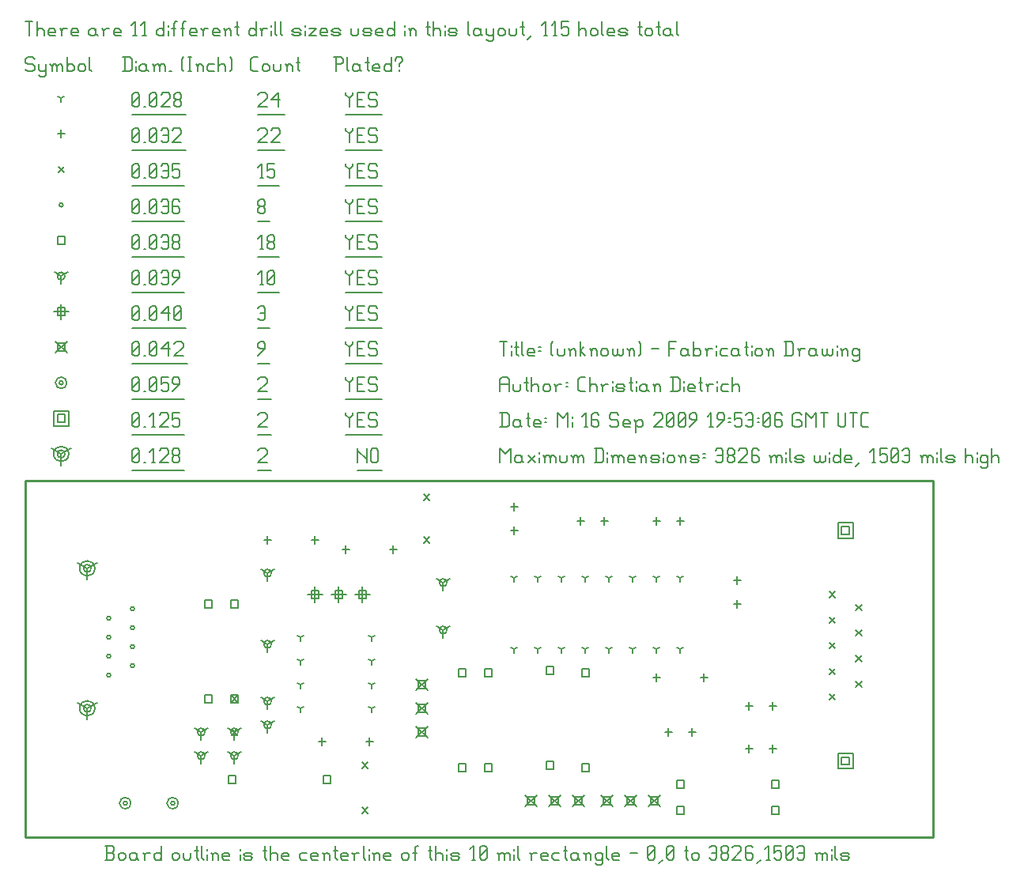
<source format=gbr>
G04 start of page 9 for group -3984 idx -3984
G04 Title: (unknown), fab *
G04 Creator: pcb 20080202 *
G04 CreationDate: Mi 16 Sep 2009 19:53:06 GMT UTC *
G04 For: stettberger *
G04 Format: Gerber/RS-274X *
G04 PCB-Dimensions: 382677 150394 *
G04 PCB-Coordinate-Origin: lower left *
%MOIN*%
%FSLAX24Y24*%
%LNFAB*%
%ADD13C,0.0100*%
%ADD58C,0.0080*%
%ADD59C,0.0060*%
G54D58*X2600Y5439D02*Y4959D01*
Y5439D02*X3016Y5679D01*
X2600Y5439D02*X2184Y5679D01*
X2440Y5439D02*G75*G03X2760Y5439I160J0D01*G01*
G75*G03X2440Y5439I-160J0D01*G01*
X2280D02*G75*G03X2920Y5439I320J0D01*G01*
G75*G03X2280Y5439I-320J0D01*G01*
X2600Y11339D02*Y10859D01*
Y11339D02*X3016Y11579D01*
X2600Y11339D02*X2184Y11579D01*
X2440Y11339D02*G75*G03X2760Y11339I160J0D01*G01*
G75*G03X2440Y11339I-160J0D01*G01*
X2280D02*G75*G03X2920Y11339I320J0D01*G01*
G75*G03X2280Y11339I-320J0D01*G01*
X1500Y16164D02*Y15684D01*
Y16164D02*X1916Y16404D01*
X1500Y16164D02*X1084Y16404D01*
X1340Y16164D02*G75*G03X1660Y16164I160J0D01*G01*
G75*G03X1340Y16164I-160J0D01*G01*
X1180D02*G75*G03X1820Y16164I320J0D01*G01*
G75*G03X1180Y16164I-320J0D01*G01*
G54D59*X14000Y16389D02*Y15789D01*
Y16389D02*Y16314D01*
X14375Y15939D01*
Y16389D02*Y15789D01*
X14555Y16314D02*Y15864D01*
Y16314D02*X14630Y16389D01*
X14780D01*
X14855Y16314D01*
Y15864D01*
X14780Y15789D02*X14855Y15864D01*
X14630Y15789D02*X14780D01*
X14555Y15864D02*X14630Y15789D01*
X14000Y15464D02*X15035D01*
X9800Y16314D02*X9875Y16389D01*
X10100D01*
X10175Y16314D01*
Y16164D01*
X9800Y15789D02*X10175Y16164D01*
X9800Y15789D02*X10175D01*
X9800Y15464D02*X10355D01*
X4500Y15864D02*X4575Y15789D01*
X4500Y16314D02*Y15864D01*
Y16314D02*X4575Y16389D01*
X4725D01*
X4800Y16314D01*
Y15864D01*
X4725Y15789D02*X4800Y15864D01*
X4575Y15789D02*X4725D01*
X4500Y15939D02*X4800Y16239D01*
X4980Y15789D02*X5055D01*
X5310D02*X5460D01*
X5385Y16389D02*Y15789D01*
X5235Y16239D02*X5385Y16389D01*
X5640Y16314D02*X5715Y16389D01*
X5940D01*
X6015Y16314D01*
Y16164D01*
X5640Y15789D02*X6015Y16164D01*
X5640Y15789D02*X6015D01*
X6195Y15864D02*X6270Y15789D01*
X6195Y16014D02*Y15864D01*
Y16014D02*X6270Y16089D01*
X6420D01*
X6495Y16014D01*
Y15864D01*
X6420Y15789D02*X6495Y15864D01*
X6270Y15789D02*X6420D01*
X6195Y16164D02*X6270Y16089D01*
X6195Y16314D02*Y16164D01*
Y16314D02*X6270Y16389D01*
X6420D01*
X6495Y16314D01*
Y16164D01*
X6420Y16089D02*X6495Y16164D01*
X4500Y15464D02*X6675D01*
X34400Y3379D02*X34720D01*
X34400D02*Y3059D01*
X34720D01*
Y3379D02*Y3059D01*
X34240Y3539D02*X34880D01*
X34240D02*Y2899D01*
X34880D01*
Y3539D02*Y2899D01*
X34400Y13099D02*X34720D01*
X34400D02*Y12779D01*
X34720D01*
Y13099D02*Y12779D01*
X34240Y13259D02*X34880D01*
X34240D02*Y12619D01*
X34880D01*
Y13259D02*Y12619D01*
X1340Y17824D02*X1660D01*
X1340D02*Y17504D01*
X1660D01*
Y17824D02*Y17504D01*
X1180Y17984D02*X1820D01*
X1180D02*Y17344D01*
X1820D01*
Y17984D02*Y17344D01*
X13500Y17889D02*Y17814D01*
X13650Y17664D01*
X13800Y17814D01*
Y17889D02*Y17814D01*
X13650Y17664D02*Y17289D01*
X13980Y17589D02*X14205D01*
X13980Y17289D02*X14280D01*
X13980Y17889D02*Y17289D01*
Y17889D02*X14280D01*
X14760D02*X14835Y17814D01*
X14535Y17889D02*X14760D01*
X14460Y17814D02*X14535Y17889D01*
X14460Y17814D02*Y17664D01*
X14535Y17589D01*
X14760D01*
X14835Y17514D01*
Y17364D01*
X14760Y17289D02*X14835Y17364D01*
X14535Y17289D02*X14760D01*
X14460Y17364D02*X14535Y17289D01*
X13500Y16964D02*X15015D01*
X9800Y17814D02*X9875Y17889D01*
X10100D01*
X10175Y17814D01*
Y17664D01*
X9800Y17289D02*X10175Y17664D01*
X9800Y17289D02*X10175D01*
X9800Y16964D02*X10355D01*
X4500Y17364D02*X4575Y17289D01*
X4500Y17814D02*Y17364D01*
Y17814D02*X4575Y17889D01*
X4725D01*
X4800Y17814D01*
Y17364D01*
X4725Y17289D02*X4800Y17364D01*
X4575Y17289D02*X4725D01*
X4500Y17439D02*X4800Y17739D01*
X4980Y17289D02*X5055D01*
X5310D02*X5460D01*
X5385Y17889D02*Y17289D01*
X5235Y17739D02*X5385Y17889D01*
X5640Y17814D02*X5715Y17889D01*
X5940D01*
X6015Y17814D01*
Y17664D01*
X5640Y17289D02*X6015Y17664D01*
X5640Y17289D02*X6015D01*
X6195Y17889D02*X6495D01*
X6195D02*Y17589D01*
X6270Y17664D01*
X6420D01*
X6495Y17589D01*
Y17364D01*
X6420Y17289D02*X6495Y17364D01*
X6270Y17289D02*X6420D01*
X6195Y17364D02*X6270Y17289D01*
X4500Y16964D02*X6675D01*
X4120Y1439D02*G75*G03X4280Y1439I80J0D01*G01*
G75*G03X4120Y1439I-80J0D01*G01*
X3960D02*G75*G03X4440Y1439I240J0D01*G01*
G75*G03X3960Y1439I-240J0D01*G01*
X6120D02*G75*G03X6280Y1439I80J0D01*G01*
G75*G03X6120Y1439I-80J0D01*G01*
X5960D02*G75*G03X6440Y1439I240J0D01*G01*
G75*G03X5960Y1439I-240J0D01*G01*
X1420Y19164D02*G75*G03X1580Y19164I80J0D01*G01*
G75*G03X1420Y19164I-80J0D01*G01*
X1260D02*G75*G03X1740Y19164I240J0D01*G01*
G75*G03X1260Y19164I-240J0D01*G01*
X13500Y19389D02*Y19314D01*
X13650Y19164D01*
X13800Y19314D01*
Y19389D02*Y19314D01*
X13650Y19164D02*Y18789D01*
X13980Y19089D02*X14205D01*
X13980Y18789D02*X14280D01*
X13980Y19389D02*Y18789D01*
Y19389D02*X14280D01*
X14760D02*X14835Y19314D01*
X14535Y19389D02*X14760D01*
X14460Y19314D02*X14535Y19389D01*
X14460Y19314D02*Y19164D01*
X14535Y19089D01*
X14760D01*
X14835Y19014D01*
Y18864D01*
X14760Y18789D02*X14835Y18864D01*
X14535Y18789D02*X14760D01*
X14460Y18864D02*X14535Y18789D01*
X13500Y18464D02*X15015D01*
X9800Y19314D02*X9875Y19389D01*
X10100D01*
X10175Y19314D01*
Y19164D01*
X9800Y18789D02*X10175Y19164D01*
X9800Y18789D02*X10175D01*
X9800Y18464D02*X10355D01*
X4500Y18864D02*X4575Y18789D01*
X4500Y19314D02*Y18864D01*
Y19314D02*X4575Y19389D01*
X4725D01*
X4800Y19314D01*
Y18864D01*
X4725Y18789D02*X4800Y18864D01*
X4575Y18789D02*X4725D01*
X4500Y18939D02*X4800Y19239D01*
X4980Y18789D02*X5055D01*
X5235Y18864D02*X5310Y18789D01*
X5235Y19314D02*Y18864D01*
Y19314D02*X5310Y19389D01*
X5460D01*
X5535Y19314D01*
Y18864D01*
X5460Y18789D02*X5535Y18864D01*
X5310Y18789D02*X5460D01*
X5235Y18939D02*X5535Y19239D01*
X5715Y19389D02*X6015D01*
X5715D02*Y19089D01*
X5790Y19164D01*
X5940D01*
X6015Y19089D01*
Y18864D01*
X5940Y18789D02*X6015Y18864D01*
X5790Y18789D02*X5940D01*
X5715Y18864D02*X5790Y18789D01*
X6195D02*X6495Y19089D01*
Y19314D02*Y19089D01*
X6420Y19389D02*X6495Y19314D01*
X6270Y19389D02*X6420D01*
X6195Y19314D02*X6270Y19389D01*
X6195Y19314D02*Y19164D01*
X6270Y19089D01*
X6495D01*
X4500Y18464D02*X6675D01*
X21060Y1779D02*X21540Y1299D01*
X21060D02*X21540Y1779D01*
X21140Y1699D02*X21460D01*
X21140D02*Y1379D01*
X21460D01*
Y1699D02*Y1379D01*
X22060Y1779D02*X22540Y1299D01*
X22060D02*X22540Y1779D01*
X22140Y1699D02*X22460D01*
X22140D02*Y1379D01*
X22460D01*
Y1699D02*Y1379D01*
X23060Y1779D02*X23540Y1299D01*
X23060D02*X23540Y1779D01*
X23140Y1699D02*X23460D01*
X23140D02*Y1379D01*
X23460D01*
Y1699D02*Y1379D01*
X24260Y1779D02*X24740Y1299D01*
X24260D02*X24740Y1779D01*
X24340Y1699D02*X24660D01*
X24340D02*Y1379D01*
X24660D01*
Y1699D02*Y1379D01*
X25260Y1779D02*X25740Y1299D01*
X25260D02*X25740Y1779D01*
X25340Y1699D02*X25660D01*
X25340D02*Y1379D01*
X25660D01*
Y1699D02*Y1379D01*
X26260Y1779D02*X26740Y1299D01*
X26260D02*X26740Y1779D01*
X26340Y1699D02*X26660D01*
X26340D02*Y1379D01*
X26660D01*
Y1699D02*Y1379D01*
X16460Y4679D02*X16940Y4199D01*
X16460D02*X16940Y4679D01*
X16540Y4599D02*X16860D01*
X16540D02*Y4279D01*
X16860D01*
Y4599D02*Y4279D01*
X16460Y5679D02*X16940Y5199D01*
X16460D02*X16940Y5679D01*
X16540Y5599D02*X16860D01*
X16540D02*Y5279D01*
X16860D01*
Y5599D02*Y5279D01*
X16460Y6679D02*X16940Y6199D01*
X16460D02*X16940Y6679D01*
X16540Y6599D02*X16860D01*
X16540D02*Y6279D01*
X16860D01*
Y6599D02*Y6279D01*
X1260Y20904D02*X1740Y20424D01*
X1260D02*X1740Y20904D01*
X1340Y20824D02*X1660D01*
X1340D02*Y20504D01*
X1660D01*
Y20824D02*Y20504D01*
X13500Y20889D02*Y20814D01*
X13650Y20664D01*
X13800Y20814D01*
Y20889D02*Y20814D01*
X13650Y20664D02*Y20289D01*
X13980Y20589D02*X14205D01*
X13980Y20289D02*X14280D01*
X13980Y20889D02*Y20289D01*
Y20889D02*X14280D01*
X14760D02*X14835Y20814D01*
X14535Y20889D02*X14760D01*
X14460Y20814D02*X14535Y20889D01*
X14460Y20814D02*Y20664D01*
X14535Y20589D01*
X14760D01*
X14835Y20514D01*
Y20364D01*
X14760Y20289D02*X14835Y20364D01*
X14535Y20289D02*X14760D01*
X14460Y20364D02*X14535Y20289D01*
X13500Y19964D02*X15015D01*
X9800Y20289D02*X10100Y20589D01*
Y20814D02*Y20589D01*
X10025Y20889D02*X10100Y20814D01*
X9875Y20889D02*X10025D01*
X9800Y20814D02*X9875Y20889D01*
X9800Y20814D02*Y20664D01*
X9875Y20589D01*
X10100D01*
X9800Y19964D02*X10280D01*
X4500Y20364D02*X4575Y20289D01*
X4500Y20814D02*Y20364D01*
Y20814D02*X4575Y20889D01*
X4725D01*
X4800Y20814D01*
Y20364D01*
X4725Y20289D02*X4800Y20364D01*
X4575Y20289D02*X4725D01*
X4500Y20439D02*X4800Y20739D01*
X4980Y20289D02*X5055D01*
X5235Y20364D02*X5310Y20289D01*
X5235Y20814D02*Y20364D01*
Y20814D02*X5310Y20889D01*
X5460D01*
X5535Y20814D01*
Y20364D01*
X5460Y20289D02*X5535Y20364D01*
X5310Y20289D02*X5460D01*
X5235Y20439D02*X5535Y20739D01*
X5715Y20589D02*X6015Y20889D01*
X5715Y20589D02*X6090D01*
X6015Y20889D02*Y20289D01*
X6270Y20814D02*X6345Y20889D01*
X6570D01*
X6645Y20814D01*
Y20664D01*
X6270Y20289D02*X6645Y20664D01*
X6270Y20289D02*X6645D01*
X4500Y19964D02*X6825D01*
X12200Y10559D02*Y9919D01*
X11880Y10239D02*X12520D01*
X12040Y10399D02*X12360D01*
X12040D02*Y10079D01*
X12360D01*
Y10399D02*Y10079D01*
X13200Y10559D02*Y9919D01*
X12880Y10239D02*X13520D01*
X13040Y10399D02*X13360D01*
X13040D02*Y10079D01*
X13360D01*
Y10399D02*Y10079D01*
X14200Y10559D02*Y9919D01*
X13880Y10239D02*X14520D01*
X14040Y10399D02*X14360D01*
X14040D02*Y10079D01*
X14360D01*
Y10399D02*Y10079D01*
X1500Y22484D02*Y21844D01*
X1180Y22164D02*X1820D01*
X1340Y22324D02*X1660D01*
X1340D02*Y22004D01*
X1660D01*
Y22324D02*Y22004D01*
X13500Y22389D02*Y22314D01*
X13650Y22164D01*
X13800Y22314D01*
Y22389D02*Y22314D01*
X13650Y22164D02*Y21789D01*
X13980Y22089D02*X14205D01*
X13980Y21789D02*X14280D01*
X13980Y22389D02*Y21789D01*
Y22389D02*X14280D01*
X14760D02*X14835Y22314D01*
X14535Y22389D02*X14760D01*
X14460Y22314D02*X14535Y22389D01*
X14460Y22314D02*Y22164D01*
X14535Y22089D01*
X14760D01*
X14835Y22014D01*
Y21864D01*
X14760Y21789D02*X14835Y21864D01*
X14535Y21789D02*X14760D01*
X14460Y21864D02*X14535Y21789D01*
X13500Y21464D02*X15015D01*
X9800Y22314D02*X9875Y22389D01*
X10025D01*
X10100Y22314D01*
Y21864D01*
X10025Y21789D02*X10100Y21864D01*
X9875Y21789D02*X10025D01*
X9800Y21864D02*X9875Y21789D01*
Y22089D02*X10100D01*
X9800Y21464D02*X10280D01*
X4500Y21864D02*X4575Y21789D01*
X4500Y22314D02*Y21864D01*
Y22314D02*X4575Y22389D01*
X4725D01*
X4800Y22314D01*
Y21864D01*
X4725Y21789D02*X4800Y21864D01*
X4575Y21789D02*X4725D01*
X4500Y21939D02*X4800Y22239D01*
X4980Y21789D02*X5055D01*
X5235Y21864D02*X5310Y21789D01*
X5235Y22314D02*Y21864D01*
Y22314D02*X5310Y22389D01*
X5460D01*
X5535Y22314D01*
Y21864D01*
X5460Y21789D02*X5535Y21864D01*
X5310Y21789D02*X5460D01*
X5235Y21939D02*X5535Y22239D01*
X5715Y22089D02*X6015Y22389D01*
X5715Y22089D02*X6090D01*
X6015Y22389D02*Y21789D01*
X6270Y21864D02*X6345Y21789D01*
X6270Y22314D02*Y21864D01*
Y22314D02*X6345Y22389D01*
X6495D01*
X6570Y22314D01*
Y21864D01*
X6495Y21789D02*X6570Y21864D01*
X6345Y21789D02*X6495D01*
X6270Y21939D02*X6570Y22239D01*
X4500Y21464D02*X6750D01*
X10200Y5739D02*Y5419D01*
Y5739D02*X10477Y5899D01*
X10200Y5739D02*X9922Y5899D01*
X10040Y5739D02*G75*G03X10360Y5739I160J0D01*G01*
G75*G03X10040Y5739I-160J0D01*G01*
X10200Y4739D02*Y4419D01*
Y4739D02*X10477Y4899D01*
X10200Y4739D02*X9922Y4899D01*
X10040Y4739D02*G75*G03X10360Y4739I160J0D01*G01*
G75*G03X10040Y4739I-160J0D01*G01*
X7400Y3439D02*Y3119D01*
Y3439D02*X7677Y3599D01*
X7400Y3439D02*X7122Y3599D01*
X7240Y3439D02*G75*G03X7560Y3439I160J0D01*G01*
G75*G03X7240Y3439I-160J0D01*G01*
X7400Y4439D02*Y4119D01*
Y4439D02*X7677Y4599D01*
X7400Y4439D02*X7122Y4599D01*
X7240Y4439D02*G75*G03X7560Y4439I160J0D01*G01*
G75*G03X7240Y4439I-160J0D01*G01*
X17600Y10739D02*Y10419D01*
Y10739D02*X17877Y10899D01*
X17600Y10739D02*X17322Y10899D01*
X17440Y10739D02*G75*G03X17760Y10739I160J0D01*G01*
G75*G03X17440Y10739I-160J0D01*G01*
X17600Y8739D02*Y8419D01*
Y8739D02*X17877Y8899D01*
X17600Y8739D02*X17322Y8899D01*
X17440Y8739D02*G75*G03X17760Y8739I160J0D01*G01*
G75*G03X17440Y8739I-160J0D01*G01*
X8800Y4439D02*Y4119D01*
Y4439D02*X9077Y4599D01*
X8800Y4439D02*X8522Y4599D01*
X8640Y4439D02*G75*G03X8960Y4439I160J0D01*G01*
G75*G03X8640Y4439I-160J0D01*G01*
X8800Y3439D02*Y3119D01*
Y3439D02*X9077Y3599D01*
X8800Y3439D02*X8522Y3599D01*
X8640Y3439D02*G75*G03X8960Y3439I160J0D01*G01*
G75*G03X8640Y3439I-160J0D01*G01*
X10200Y11139D02*Y10819D01*
Y11139D02*X10477Y11299D01*
X10200Y11139D02*X9922Y11299D01*
X10040Y11139D02*G75*G03X10360Y11139I160J0D01*G01*
G75*G03X10040Y11139I-160J0D01*G01*
X10200Y8139D02*Y7819D01*
Y8139D02*X10477Y8299D01*
X10200Y8139D02*X9922Y8299D01*
X10040Y8139D02*G75*G03X10360Y8139I160J0D01*G01*
G75*G03X10040Y8139I-160J0D01*G01*
X1500Y23664D02*Y23344D01*
Y23664D02*X1777Y23824D01*
X1500Y23664D02*X1222Y23824D01*
X1340Y23664D02*G75*G03X1660Y23664I160J0D01*G01*
G75*G03X1340Y23664I-160J0D01*G01*
X13500Y23889D02*Y23814D01*
X13650Y23664D01*
X13800Y23814D01*
Y23889D02*Y23814D01*
X13650Y23664D02*Y23289D01*
X13980Y23589D02*X14205D01*
X13980Y23289D02*X14280D01*
X13980Y23889D02*Y23289D01*
Y23889D02*X14280D01*
X14760D02*X14835Y23814D01*
X14535Y23889D02*X14760D01*
X14460Y23814D02*X14535Y23889D01*
X14460Y23814D02*Y23664D01*
X14535Y23589D01*
X14760D01*
X14835Y23514D01*
Y23364D01*
X14760Y23289D02*X14835Y23364D01*
X14535Y23289D02*X14760D01*
X14460Y23364D02*X14535Y23289D01*
X13500Y22964D02*X15015D01*
X9875Y23289D02*X10025D01*
X9950Y23889D02*Y23289D01*
X9800Y23739D02*X9950Y23889D01*
X10205Y23364D02*X10280Y23289D01*
X10205Y23814D02*Y23364D01*
Y23814D02*X10280Y23889D01*
X10430D01*
X10505Y23814D01*
Y23364D01*
X10430Y23289D02*X10505Y23364D01*
X10280Y23289D02*X10430D01*
X10205Y23439D02*X10505Y23739D01*
X9800Y22964D02*X10685D01*
X4500Y23364D02*X4575Y23289D01*
X4500Y23814D02*Y23364D01*
Y23814D02*X4575Y23889D01*
X4725D01*
X4800Y23814D01*
Y23364D01*
X4725Y23289D02*X4800Y23364D01*
X4575Y23289D02*X4725D01*
X4500Y23439D02*X4800Y23739D01*
X4980Y23289D02*X5055D01*
X5235Y23364D02*X5310Y23289D01*
X5235Y23814D02*Y23364D01*
Y23814D02*X5310Y23889D01*
X5460D01*
X5535Y23814D01*
Y23364D01*
X5460Y23289D02*X5535Y23364D01*
X5310Y23289D02*X5460D01*
X5235Y23439D02*X5535Y23739D01*
X5715Y23814D02*X5790Y23889D01*
X5940D01*
X6015Y23814D01*
Y23364D01*
X5940Y23289D02*X6015Y23364D01*
X5790Y23289D02*X5940D01*
X5715Y23364D02*X5790Y23289D01*
Y23589D02*X6015D01*
X6195Y23289D02*X6495Y23589D01*
Y23814D02*Y23589D01*
X6420Y23889D02*X6495Y23814D01*
X6270Y23889D02*X6420D01*
X6195Y23814D02*X6270Y23889D01*
X6195Y23814D02*Y23664D01*
X6270Y23589D01*
X6495D01*
X4500Y22964D02*X6675D01*
X19340Y3099D02*X19660D01*
X19340D02*Y2779D01*
X19660D01*
Y3099D02*Y2779D01*
X19340Y7099D02*X19660D01*
X19340D02*Y6779D01*
X19660D01*
Y7099D02*Y6779D01*
X23440Y3099D02*X23760D01*
X23440D02*Y2779D01*
X23760D01*
Y3099D02*Y2779D01*
X23440Y7099D02*X23760D01*
X23440D02*Y6779D01*
X23760D01*
Y7099D02*Y6779D01*
X31440Y2399D02*X31760D01*
X31440D02*Y2079D01*
X31760D01*
Y2399D02*Y2079D01*
X27440Y2399D02*X27760D01*
X27440D02*Y2079D01*
X27760D01*
Y2399D02*Y2079D01*
X8540Y2599D02*X8860D01*
X8540D02*Y2279D01*
X8860D01*
Y2599D02*Y2279D01*
X12540Y2599D02*X12860D01*
X12540D02*Y2279D01*
X12860D01*
Y2599D02*Y2279D01*
X8640Y5999D02*X8960D01*
X8640D02*Y5679D01*
X8960D01*
Y5999D02*Y5679D01*
X8640Y9999D02*X8960D01*
X8640D02*Y9679D01*
X8960D01*
Y9999D02*Y9679D01*
X21940Y3199D02*X22260D01*
X21940D02*Y2879D01*
X22260D01*
Y3199D02*Y2879D01*
X21940Y7199D02*X22260D01*
X21940D02*Y6879D01*
X22260D01*
Y7199D02*Y6879D01*
X18240Y3099D02*X18560D01*
X18240D02*Y2779D01*
X18560D01*
Y3099D02*Y2779D01*
X18240Y7099D02*X18560D01*
X18240D02*Y6779D01*
X18560D01*
Y7099D02*Y6779D01*
X7540Y5999D02*X7860D01*
X7540D02*Y5679D01*
X7860D01*
Y5999D02*Y5679D01*
X7540Y9999D02*X7860D01*
X7540D02*Y9679D01*
X7860D01*
Y9999D02*Y9679D01*
X31440Y1299D02*X31760D01*
X31440D02*Y979D01*
X31760D01*
Y1299D02*Y979D01*
X27440Y1299D02*X27760D01*
X27440D02*Y979D01*
X27760D01*
Y1299D02*Y979D01*
X1340Y25324D02*X1660D01*
X1340D02*Y25004D01*
X1660D01*
Y25324D02*Y25004D01*
X13500Y25389D02*Y25314D01*
X13650Y25164D01*
X13800Y25314D01*
Y25389D02*Y25314D01*
X13650Y25164D02*Y24789D01*
X13980Y25089D02*X14205D01*
X13980Y24789D02*X14280D01*
X13980Y25389D02*Y24789D01*
Y25389D02*X14280D01*
X14760D02*X14835Y25314D01*
X14535Y25389D02*X14760D01*
X14460Y25314D02*X14535Y25389D01*
X14460Y25314D02*Y25164D01*
X14535Y25089D01*
X14760D01*
X14835Y25014D01*
Y24864D01*
X14760Y24789D02*X14835Y24864D01*
X14535Y24789D02*X14760D01*
X14460Y24864D02*X14535Y24789D01*
X13500Y24464D02*X15015D01*
X9875Y24789D02*X10025D01*
X9950Y25389D02*Y24789D01*
X9800Y25239D02*X9950Y25389D01*
X10205Y24864D02*X10280Y24789D01*
X10205Y25014D02*Y24864D01*
Y25014D02*X10280Y25089D01*
X10430D01*
X10505Y25014D01*
Y24864D01*
X10430Y24789D02*X10505Y24864D01*
X10280Y24789D02*X10430D01*
X10205Y25164D02*X10280Y25089D01*
X10205Y25314D02*Y25164D01*
Y25314D02*X10280Y25389D01*
X10430D01*
X10505Y25314D01*
Y25164D01*
X10430Y25089D02*X10505Y25164D01*
X9800Y24464D02*X10685D01*
X4500Y24864D02*X4575Y24789D01*
X4500Y25314D02*Y24864D01*
Y25314D02*X4575Y25389D01*
X4725D01*
X4800Y25314D01*
Y24864D01*
X4725Y24789D02*X4800Y24864D01*
X4575Y24789D02*X4725D01*
X4500Y24939D02*X4800Y25239D01*
X4980Y24789D02*X5055D01*
X5235Y24864D02*X5310Y24789D01*
X5235Y25314D02*Y24864D01*
Y25314D02*X5310Y25389D01*
X5460D01*
X5535Y25314D01*
Y24864D01*
X5460Y24789D02*X5535Y24864D01*
X5310Y24789D02*X5460D01*
X5235Y24939D02*X5535Y25239D01*
X5715Y25314D02*X5790Y25389D01*
X5940D01*
X6015Y25314D01*
Y24864D01*
X5940Y24789D02*X6015Y24864D01*
X5790Y24789D02*X5940D01*
X5715Y24864D02*X5790Y24789D01*
Y25089D02*X6015D01*
X6195Y24864D02*X6270Y24789D01*
X6195Y25014D02*Y24864D01*
Y25014D02*X6270Y25089D01*
X6420D01*
X6495Y25014D01*
Y24864D01*
X6420Y24789D02*X6495Y24864D01*
X6270Y24789D02*X6420D01*
X6195Y25164D02*X6270Y25089D01*
X6195Y25314D02*Y25164D01*
Y25314D02*X6270Y25389D01*
X6420D01*
X6495Y25314D01*
Y25164D01*
X6420Y25089D02*X6495Y25164D01*
X4500Y24464D02*X6675D01*
X3420Y8439D02*G75*G03X3580Y8439I80J0D01*G01*
G75*G03X3420Y8439I-80J0D01*G01*
X4420Y7239D02*G75*G03X4580Y7239I80J0D01*G01*
G75*G03X4420Y7239I-80J0D01*G01*
Y8039D02*G75*G03X4580Y8039I80J0D01*G01*
G75*G03X4420Y8039I-80J0D01*G01*
Y9639D02*G75*G03X4580Y9639I80J0D01*G01*
G75*G03X4420Y9639I-80J0D01*G01*
X3420Y9239D02*G75*G03X3580Y9239I80J0D01*G01*
G75*G03X3420Y9239I-80J0D01*G01*
X4420Y8839D02*G75*G03X4580Y8839I80J0D01*G01*
G75*G03X4420Y8839I-80J0D01*G01*
X3420Y7639D02*G75*G03X3580Y7639I80J0D01*G01*
G75*G03X3420Y7639I-80J0D01*G01*
Y6839D02*G75*G03X3580Y6839I80J0D01*G01*
G75*G03X3420Y6839I-80J0D01*G01*
X1420Y26664D02*G75*G03X1580Y26664I80J0D01*G01*
G75*G03X1420Y26664I-80J0D01*G01*
X13500Y26889D02*Y26814D01*
X13650Y26664D01*
X13800Y26814D01*
Y26889D02*Y26814D01*
X13650Y26664D02*Y26289D01*
X13980Y26589D02*X14205D01*
X13980Y26289D02*X14280D01*
X13980Y26889D02*Y26289D01*
Y26889D02*X14280D01*
X14760D02*X14835Y26814D01*
X14535Y26889D02*X14760D01*
X14460Y26814D02*X14535Y26889D01*
X14460Y26814D02*Y26664D01*
X14535Y26589D01*
X14760D01*
X14835Y26514D01*
Y26364D01*
X14760Y26289D02*X14835Y26364D01*
X14535Y26289D02*X14760D01*
X14460Y26364D02*X14535Y26289D01*
X13500Y25964D02*X15015D01*
X9800Y26364D02*X9875Y26289D01*
X9800Y26514D02*Y26364D01*
Y26514D02*X9875Y26589D01*
X10025D01*
X10100Y26514D01*
Y26364D01*
X10025Y26289D02*X10100Y26364D01*
X9875Y26289D02*X10025D01*
X9800Y26664D02*X9875Y26589D01*
X9800Y26814D02*Y26664D01*
Y26814D02*X9875Y26889D01*
X10025D01*
X10100Y26814D01*
Y26664D01*
X10025Y26589D02*X10100Y26664D01*
X9800Y25964D02*X10280D01*
X4500Y26364D02*X4575Y26289D01*
X4500Y26814D02*Y26364D01*
Y26814D02*X4575Y26889D01*
X4725D01*
X4800Y26814D01*
Y26364D01*
X4725Y26289D02*X4800Y26364D01*
X4575Y26289D02*X4725D01*
X4500Y26439D02*X4800Y26739D01*
X4980Y26289D02*X5055D01*
X5235Y26364D02*X5310Y26289D01*
X5235Y26814D02*Y26364D01*
Y26814D02*X5310Y26889D01*
X5460D01*
X5535Y26814D01*
Y26364D01*
X5460Y26289D02*X5535Y26364D01*
X5310Y26289D02*X5460D01*
X5235Y26439D02*X5535Y26739D01*
X5715Y26814D02*X5790Y26889D01*
X5940D01*
X6015Y26814D01*
Y26364D01*
X5940Y26289D02*X6015Y26364D01*
X5790Y26289D02*X5940D01*
X5715Y26364D02*X5790Y26289D01*
Y26589D02*X6015D01*
X6420Y26889D02*X6495Y26814D01*
X6270Y26889D02*X6420D01*
X6195Y26814D02*X6270Y26889D01*
X6195Y26814D02*Y26364D01*
X6270Y26289D01*
X6420Y26589D02*X6495Y26514D01*
X6195Y26589D02*X6420D01*
X6270Y26289D02*X6420D01*
X6495Y26364D01*
Y26514D02*Y26364D01*
X4500Y25964D02*X6675D01*
X33880Y10359D02*X34120Y10119D01*
X33880D02*X34120Y10359D01*
X33880Y9279D02*X34120Y9039D01*
X33880D02*X34120Y9279D01*
X33880Y8199D02*X34120Y7959D01*
X33880D02*X34120Y8199D01*
X33880Y7119D02*X34120Y6879D01*
X33880D02*X34120Y7119D01*
X33880Y6039D02*X34120Y5799D01*
X33880D02*X34120Y6039D01*
X35000Y9819D02*X35240Y9579D01*
X35000D02*X35240Y9819D01*
X35000Y8739D02*X35240Y8499D01*
X35000D02*X35240Y8739D01*
X35000Y7659D02*X35240Y7419D01*
X35000D02*X35240Y7659D01*
X35000Y6579D02*X35240Y6339D01*
X35000D02*X35240Y6579D01*
X8680Y4559D02*X8920Y4319D01*
X8680D02*X8920Y4559D01*
X8680Y5959D02*X8920Y5719D01*
X8680D02*X8920Y5959D01*
X16780Y12659D02*X17020Y12419D01*
X16780D02*X17020Y12659D01*
X16780Y14459D02*X17020Y14219D01*
X16780D02*X17020Y14459D01*
X14180Y3159D02*X14420Y2919D01*
X14180D02*X14420Y3159D01*
X14180Y1259D02*X14420Y1019D01*
X14180D02*X14420Y1259D01*
X1380Y28284D02*X1620Y28044D01*
X1380D02*X1620Y28284D01*
X13500Y28389D02*Y28314D01*
X13650Y28164D01*
X13800Y28314D01*
Y28389D02*Y28314D01*
X13650Y28164D02*Y27789D01*
X13980Y28089D02*X14205D01*
X13980Y27789D02*X14280D01*
X13980Y28389D02*Y27789D01*
Y28389D02*X14280D01*
X14760D02*X14835Y28314D01*
X14535Y28389D02*X14760D01*
X14460Y28314D02*X14535Y28389D01*
X14460Y28314D02*Y28164D01*
X14535Y28089D01*
X14760D01*
X14835Y28014D01*
Y27864D01*
X14760Y27789D02*X14835Y27864D01*
X14535Y27789D02*X14760D01*
X14460Y27864D02*X14535Y27789D01*
X13500Y27464D02*X15015D01*
X9875Y27789D02*X10025D01*
X9950Y28389D02*Y27789D01*
X9800Y28239D02*X9950Y28389D01*
X10205D02*X10505D01*
X10205D02*Y28089D01*
X10280Y28164D01*
X10430D01*
X10505Y28089D01*
Y27864D01*
X10430Y27789D02*X10505Y27864D01*
X10280Y27789D02*X10430D01*
X10205Y27864D02*X10280Y27789D01*
X9800Y27464D02*X10685D01*
X4500Y27864D02*X4575Y27789D01*
X4500Y28314D02*Y27864D01*
Y28314D02*X4575Y28389D01*
X4725D01*
X4800Y28314D01*
Y27864D01*
X4725Y27789D02*X4800Y27864D01*
X4575Y27789D02*X4725D01*
X4500Y27939D02*X4800Y28239D01*
X4980Y27789D02*X5055D01*
X5235Y27864D02*X5310Y27789D01*
X5235Y28314D02*Y27864D01*
Y28314D02*X5310Y28389D01*
X5460D01*
X5535Y28314D01*
Y27864D01*
X5460Y27789D02*X5535Y27864D01*
X5310Y27789D02*X5460D01*
X5235Y27939D02*X5535Y28239D01*
X5715Y28314D02*X5790Y28389D01*
X5940D01*
X6015Y28314D01*
Y27864D01*
X5940Y27789D02*X6015Y27864D01*
X5790Y27789D02*X5940D01*
X5715Y27864D02*X5790Y27789D01*
Y28089D02*X6015D01*
X6195Y28389D02*X6495D01*
X6195D02*Y28089D01*
X6270Y28164D01*
X6420D01*
X6495Y28089D01*
Y27864D01*
X6420Y27789D02*X6495Y27864D01*
X6270Y27789D02*X6420D01*
X6195Y27864D02*X6270Y27789D01*
X4500Y27464D02*X6675D01*
X12200Y12699D02*Y12379D01*
X12040Y12539D02*X12360D01*
X10200Y12699D02*Y12379D01*
X10040Y12539D02*X10360D01*
X31500Y5699D02*Y5379D01*
X31340Y5539D02*X31660D01*
X30500Y5699D02*Y5379D01*
X30340Y5539D02*X30660D01*
X30000Y9999D02*Y9679D01*
X29840Y9839D02*X30160D01*
X30000Y10999D02*Y10679D01*
X29840Y10839D02*X30160D01*
X27600Y13499D02*Y13179D01*
X27440Y13339D02*X27760D01*
X26600Y13499D02*Y13179D01*
X26440Y13339D02*X26760D01*
X28100Y4599D02*Y4279D01*
X27940Y4439D02*X28260D01*
X27100Y4599D02*Y4279D01*
X26940Y4439D02*X27260D01*
X20600Y14099D02*Y13779D01*
X20440Y13939D02*X20760D01*
X20600Y13099D02*Y12779D01*
X20440Y12939D02*X20760D01*
X24400Y13499D02*Y13179D01*
X24240Y13339D02*X24560D01*
X23400Y13499D02*Y13179D01*
X23240Y13339D02*X23560D01*
X12500Y4199D02*Y3879D01*
X12340Y4039D02*X12660D01*
X14500Y4199D02*Y3879D01*
X14340Y4039D02*X14660D01*
X15500Y12299D02*Y11979D01*
X15340Y12139D02*X15660D01*
X13500Y12299D02*Y11979D01*
X13340Y12139D02*X13660D01*
X31500Y3899D02*Y3579D01*
X31340Y3739D02*X31660D01*
X30500Y3899D02*Y3579D01*
X30340Y3739D02*X30660D01*
X28600Y6899D02*Y6579D01*
X28440Y6739D02*X28760D01*
X26600Y6899D02*Y6579D01*
X26440Y6739D02*X26760D01*
X1500Y29824D02*Y29504D01*
X1340Y29664D02*X1660D01*
X13500Y29889D02*Y29814D01*
X13650Y29664D01*
X13800Y29814D01*
Y29889D02*Y29814D01*
X13650Y29664D02*Y29289D01*
X13980Y29589D02*X14205D01*
X13980Y29289D02*X14280D01*
X13980Y29889D02*Y29289D01*
Y29889D02*X14280D01*
X14760D02*X14835Y29814D01*
X14535Y29889D02*X14760D01*
X14460Y29814D02*X14535Y29889D01*
X14460Y29814D02*Y29664D01*
X14535Y29589D01*
X14760D01*
X14835Y29514D01*
Y29364D01*
X14760Y29289D02*X14835Y29364D01*
X14535Y29289D02*X14760D01*
X14460Y29364D02*X14535Y29289D01*
X13500Y28964D02*X15015D01*
X9800Y29814D02*X9875Y29889D01*
X10100D01*
X10175Y29814D01*
Y29664D01*
X9800Y29289D02*X10175Y29664D01*
X9800Y29289D02*X10175D01*
X10355Y29814D02*X10430Y29889D01*
X10655D01*
X10730Y29814D01*
Y29664D01*
X10355Y29289D02*X10730Y29664D01*
X10355Y29289D02*X10730D01*
X9800Y28964D02*X10910D01*
X4500Y29364D02*X4575Y29289D01*
X4500Y29814D02*Y29364D01*
Y29814D02*X4575Y29889D01*
X4725D01*
X4800Y29814D01*
Y29364D01*
X4725Y29289D02*X4800Y29364D01*
X4575Y29289D02*X4725D01*
X4500Y29439D02*X4800Y29739D01*
X4980Y29289D02*X5055D01*
X5235Y29364D02*X5310Y29289D01*
X5235Y29814D02*Y29364D01*
Y29814D02*X5310Y29889D01*
X5460D01*
X5535Y29814D01*
Y29364D01*
X5460Y29289D02*X5535Y29364D01*
X5310Y29289D02*X5460D01*
X5235Y29439D02*X5535Y29739D01*
X5715Y29814D02*X5790Y29889D01*
X5940D01*
X6015Y29814D01*
Y29364D01*
X5940Y29289D02*X6015Y29364D01*
X5790Y29289D02*X5940D01*
X5715Y29364D02*X5790Y29289D01*
Y29589D02*X6015D01*
X6195Y29814D02*X6270Y29889D01*
X6495D01*
X6570Y29814D01*
Y29664D01*
X6195Y29289D02*X6570Y29664D01*
X6195Y29289D02*X6570D01*
X4500Y28964D02*X6750D01*
X27600Y10939D02*Y10779D01*
Y10939D02*X27738Y11019D01*
X27600Y10939D02*X27461Y11019D01*
X26600Y10939D02*Y10779D01*
Y10939D02*X26738Y11019D01*
X26600Y10939D02*X26461Y11019D01*
X25600Y10939D02*Y10779D01*
Y10939D02*X25738Y11019D01*
X25600Y10939D02*X25461Y11019D01*
X24600Y10939D02*Y10779D01*
Y10939D02*X24738Y11019D01*
X24600Y10939D02*X24461Y11019D01*
X23600Y10939D02*Y10779D01*
Y10939D02*X23738Y11019D01*
X23600Y10939D02*X23461Y11019D01*
X22600Y10939D02*Y10779D01*
Y10939D02*X22738Y11019D01*
X22600Y10939D02*X22461Y11019D01*
X21600Y10939D02*Y10779D01*
Y10939D02*X21738Y11019D01*
X21600Y10939D02*X21461Y11019D01*
X20600Y10939D02*Y10779D01*
Y10939D02*X20738Y11019D01*
X20600Y10939D02*X20461Y11019D01*
X20600Y7939D02*Y7779D01*
Y7939D02*X20738Y8019D01*
X20600Y7939D02*X20461Y8019D01*
X21600Y7939D02*Y7779D01*
Y7939D02*X21738Y8019D01*
X21600Y7939D02*X21461Y8019D01*
X22600Y7939D02*Y7779D01*
Y7939D02*X22738Y8019D01*
X22600Y7939D02*X22461Y8019D01*
X23600Y7939D02*Y7779D01*
Y7939D02*X23738Y8019D01*
X23600Y7939D02*X23461Y8019D01*
X24600Y7939D02*Y7779D01*
Y7939D02*X24738Y8019D01*
X24600Y7939D02*X24461Y8019D01*
X25600Y7939D02*Y7779D01*
Y7939D02*X25738Y8019D01*
X25600Y7939D02*X25461Y8019D01*
X26600Y7939D02*Y7779D01*
Y7939D02*X26738Y8019D01*
X26600Y7939D02*X26461Y8019D01*
X27600Y7939D02*Y7779D01*
Y7939D02*X27738Y8019D01*
X27600Y7939D02*X27461Y8019D01*
X14600Y5439D02*Y5279D01*
Y5439D02*X14738Y5519D01*
X14600Y5439D02*X14461Y5519D01*
X14600Y6439D02*Y6279D01*
Y6439D02*X14738Y6519D01*
X14600Y6439D02*X14461Y6519D01*
X14600Y7439D02*Y7279D01*
Y7439D02*X14738Y7519D01*
X14600Y7439D02*X14461Y7519D01*
X14600Y8439D02*Y8279D01*
Y8439D02*X14738Y8519D01*
X14600Y8439D02*X14461Y8519D01*
X11600Y8439D02*Y8279D01*
Y8439D02*X11738Y8519D01*
X11600Y8439D02*X11461Y8519D01*
X11600Y7439D02*Y7279D01*
Y7439D02*X11738Y7519D01*
X11600Y7439D02*X11461Y7519D01*
X11600Y6439D02*Y6279D01*
Y6439D02*X11738Y6519D01*
X11600Y6439D02*X11461Y6519D01*
X11600Y5439D02*Y5279D01*
Y5439D02*X11738Y5519D01*
X11600Y5439D02*X11461Y5519D01*
X1500Y31164D02*Y31004D01*
Y31164D02*X1638Y31244D01*
X1500Y31164D02*X1361Y31244D01*
X13500Y31389D02*Y31314D01*
X13650Y31164D01*
X13800Y31314D01*
Y31389D02*Y31314D01*
X13650Y31164D02*Y30789D01*
X13980Y31089D02*X14205D01*
X13980Y30789D02*X14280D01*
X13980Y31389D02*Y30789D01*
Y31389D02*X14280D01*
X14760D02*X14835Y31314D01*
X14535Y31389D02*X14760D01*
X14460Y31314D02*X14535Y31389D01*
X14460Y31314D02*Y31164D01*
X14535Y31089D01*
X14760D01*
X14835Y31014D01*
Y30864D01*
X14760Y30789D02*X14835Y30864D01*
X14535Y30789D02*X14760D01*
X14460Y30864D02*X14535Y30789D01*
X13500Y30464D02*X15015D01*
X9800Y31314D02*X9875Y31389D01*
X10100D01*
X10175Y31314D01*
Y31164D01*
X9800Y30789D02*X10175Y31164D01*
X9800Y30789D02*X10175D01*
X10355Y31089D02*X10655Y31389D01*
X10355Y31089D02*X10730D01*
X10655Y31389D02*Y30789D01*
X9800Y30464D02*X10910D01*
X4500Y30864D02*X4575Y30789D01*
X4500Y31314D02*Y30864D01*
Y31314D02*X4575Y31389D01*
X4725D01*
X4800Y31314D01*
Y30864D01*
X4725Y30789D02*X4800Y30864D01*
X4575Y30789D02*X4725D01*
X4500Y30939D02*X4800Y31239D01*
X4980Y30789D02*X5055D01*
X5235Y30864D02*X5310Y30789D01*
X5235Y31314D02*Y30864D01*
Y31314D02*X5310Y31389D01*
X5460D01*
X5535Y31314D01*
Y30864D01*
X5460Y30789D02*X5535Y30864D01*
X5310Y30789D02*X5460D01*
X5235Y30939D02*X5535Y31239D01*
X5715Y31314D02*X5790Y31389D01*
X6015D01*
X6090Y31314D01*
Y31164D01*
X5715Y30789D02*X6090Y31164D01*
X5715Y30789D02*X6090D01*
X6270Y30864D02*X6345Y30789D01*
X6270Y31014D02*Y30864D01*
Y31014D02*X6345Y31089D01*
X6495D01*
X6570Y31014D01*
Y30864D01*
X6495Y30789D02*X6570Y30864D01*
X6345Y30789D02*X6495D01*
X6270Y31164D02*X6345Y31089D01*
X6270Y31314D02*Y31164D01*
Y31314D02*X6345Y31389D01*
X6495D01*
X6570Y31314D01*
Y31164D01*
X6495Y31089D02*X6570Y31164D01*
X4500Y30464D02*X6750D01*
X300Y32889D02*X375Y32814D01*
X75Y32889D02*X300D01*
X0Y32814D02*X75Y32889D01*
X0Y32814D02*Y32664D01*
X75Y32589D01*
X300D01*
X375Y32514D01*
Y32364D01*
X300Y32289D02*X375Y32364D01*
X75Y32289D02*X300D01*
X0Y32364D02*X75Y32289D01*
X555Y32589D02*Y32364D01*
X630Y32289D01*
X855Y32589D02*Y32139D01*
X780Y32064D02*X855Y32139D01*
X630Y32064D02*X780D01*
X555Y32139D02*X630Y32064D01*
Y32289D02*X780D01*
X855Y32364D01*
X1110Y32514D02*Y32289D01*
Y32514D02*X1185Y32589D01*
X1260D01*
X1335Y32514D01*
Y32289D01*
Y32514D02*X1410Y32589D01*
X1485D01*
X1560Y32514D01*
Y32289D01*
X1035Y32589D02*X1110Y32514D01*
X1740Y32889D02*Y32289D01*
Y32364D02*X1815Y32289D01*
X1965D01*
X2040Y32364D01*
Y32514D02*Y32364D01*
X1965Y32589D02*X2040Y32514D01*
X1815Y32589D02*X1965D01*
X1740Y32514D02*X1815Y32589D01*
X2220Y32514D02*Y32364D01*
Y32514D02*X2295Y32589D01*
X2445D01*
X2520Y32514D01*
Y32364D01*
X2445Y32289D02*X2520Y32364D01*
X2295Y32289D02*X2445D01*
X2220Y32364D02*X2295Y32289D01*
X2700Y32889D02*Y32364D01*
X2775Y32289D01*
X4175Y32889D02*Y32289D01*
X4400Y32889D02*X4475Y32814D01*
Y32364D01*
X4400Y32289D02*X4475Y32364D01*
X4100Y32289D02*X4400D01*
X4100Y32889D02*X4400D01*
X4655Y32739D02*Y32664D01*
Y32514D02*Y32289D01*
X5030Y32589D02*X5105Y32514D01*
X4880Y32589D02*X5030D01*
X4805Y32514D02*X4880Y32589D01*
X4805Y32514D02*Y32364D01*
X4880Y32289D01*
X5105Y32589D02*Y32364D01*
X5180Y32289D01*
X4880D02*X5030D01*
X5105Y32364D01*
X5435Y32514D02*Y32289D01*
Y32514D02*X5510Y32589D01*
X5585D01*
X5660Y32514D01*
Y32289D01*
Y32514D02*X5735Y32589D01*
X5810D01*
X5885Y32514D01*
Y32289D01*
X5360Y32589D02*X5435Y32514D01*
X6065Y32289D02*X6140D01*
X6590Y32364D02*X6665Y32289D01*
X6590Y32814D02*X6665Y32889D01*
X6590Y32814D02*Y32364D01*
X6845Y32889D02*X6995D01*
X6920D02*Y32289D01*
X6845D02*X6995D01*
X7251Y32514D02*Y32289D01*
Y32514D02*X7326Y32589D01*
X7401D01*
X7476Y32514D01*
Y32289D01*
X7176Y32589D02*X7251Y32514D01*
X7731Y32589D02*X7956D01*
X7656Y32514D02*X7731Y32589D01*
X7656Y32514D02*Y32364D01*
X7731Y32289D01*
X7956D01*
X8136Y32889D02*Y32289D01*
Y32514D02*X8211Y32589D01*
X8361D01*
X8436Y32514D01*
Y32289D01*
X8616Y32889D02*X8691Y32814D01*
Y32364D01*
X8616Y32289D02*X8691Y32364D01*
X9575Y32289D02*X9800D01*
X9500Y32364D02*X9575Y32289D01*
X9500Y32814D02*Y32364D01*
Y32814D02*X9575Y32889D01*
X9800D01*
X9980Y32514D02*Y32364D01*
Y32514D02*X10055Y32589D01*
X10205D01*
X10280Y32514D01*
Y32364D01*
X10205Y32289D02*X10280Y32364D01*
X10055Y32289D02*X10205D01*
X9980Y32364D02*X10055Y32289D01*
X10460Y32589D02*Y32364D01*
X10535Y32289D01*
X10685D01*
X10760Y32364D01*
Y32589D02*Y32364D01*
X11015Y32514D02*Y32289D01*
Y32514D02*X11090Y32589D01*
X11165D01*
X11240Y32514D01*
Y32289D01*
X10940Y32589D02*X11015Y32514D01*
X11495Y32889D02*Y32364D01*
X11570Y32289D01*
X11420Y32664D02*X11570D01*
X13075Y32889D02*Y32289D01*
X13000Y32889D02*X13300D01*
X13375Y32814D01*
Y32664D01*
X13300Y32589D02*X13375Y32664D01*
X13075Y32589D02*X13300D01*
X13555Y32889D02*Y32364D01*
X13630Y32289D01*
X14005Y32589D02*X14080Y32514D01*
X13855Y32589D02*X14005D01*
X13780Y32514D02*X13855Y32589D01*
X13780Y32514D02*Y32364D01*
X13855Y32289D01*
X14080Y32589D02*Y32364D01*
X14155Y32289D01*
X13855D02*X14005D01*
X14080Y32364D01*
X14410Y32889D02*Y32364D01*
X14485Y32289D01*
X14335Y32664D02*X14485D01*
X14710Y32289D02*X14935D01*
X14635Y32364D02*X14710Y32289D01*
X14635Y32514D02*Y32364D01*
Y32514D02*X14710Y32589D01*
X14860D01*
X14935Y32514D01*
X14635Y32439D02*X14935D01*
Y32514D02*Y32439D01*
X15415Y32889D02*Y32289D01*
X15340D02*X15415Y32364D01*
X15190Y32289D02*X15340D01*
X15115Y32364D02*X15190Y32289D01*
X15115Y32514D02*Y32364D01*
Y32514D02*X15190Y32589D01*
X15340D01*
X15415Y32514D01*
X15745Y32589D02*Y32514D01*
Y32364D02*Y32289D01*
X15595Y32814D02*Y32739D01*
Y32814D02*X15670Y32889D01*
X15820D01*
X15895Y32814D01*
Y32739D01*
X15745Y32589D02*X15895Y32739D01*
X0Y34389D02*X300D01*
X150D02*Y33789D01*
X480Y34389D02*Y33789D01*
Y34014D02*X555Y34089D01*
X705D01*
X780Y34014D01*
Y33789D01*
X1035D02*X1260D01*
X960Y33864D02*X1035Y33789D01*
X960Y34014D02*Y33864D01*
Y34014D02*X1035Y34089D01*
X1185D01*
X1260Y34014D01*
X960Y33939D02*X1260D01*
Y34014D02*Y33939D01*
X1515Y34014D02*Y33789D01*
Y34014D02*X1590Y34089D01*
X1740D01*
X1440D02*X1515Y34014D01*
X1995Y33789D02*X2220D01*
X1920Y33864D02*X1995Y33789D01*
X1920Y34014D02*Y33864D01*
Y34014D02*X1995Y34089D01*
X2145D01*
X2220Y34014D01*
X1920Y33939D02*X2220D01*
Y34014D02*Y33939D01*
X2895Y34089D02*X2970Y34014D01*
X2745Y34089D02*X2895D01*
X2670Y34014D02*X2745Y34089D01*
X2670Y34014D02*Y33864D01*
X2745Y33789D01*
X2970Y34089D02*Y33864D01*
X3045Y33789D01*
X2745D02*X2895D01*
X2970Y33864D01*
X3300Y34014D02*Y33789D01*
Y34014D02*X3375Y34089D01*
X3525D01*
X3225D02*X3300Y34014D01*
X3781Y33789D02*X4006D01*
X3706Y33864D02*X3781Y33789D01*
X3706Y34014D02*Y33864D01*
Y34014D02*X3781Y34089D01*
X3931D01*
X4006Y34014D01*
X3706Y33939D02*X4006D01*
Y34014D02*Y33939D01*
X4531Y33789D02*X4681D01*
X4606Y34389D02*Y33789D01*
X4456Y34239D02*X4606Y34389D01*
X4936Y33789D02*X5086D01*
X5011Y34389D02*Y33789D01*
X4861Y34239D02*X5011Y34389D01*
X5836D02*Y33789D01*
X5761D02*X5836Y33864D01*
X5611Y33789D02*X5761D01*
X5536Y33864D02*X5611Y33789D01*
X5536Y34014D02*Y33864D01*
Y34014D02*X5611Y34089D01*
X5761D01*
X5836Y34014D01*
X6016Y34239D02*Y34164D01*
Y34014D02*Y33789D01*
X6241Y34314D02*Y33789D01*
Y34314D02*X6316Y34389D01*
X6391D01*
X6166Y34089D02*X6316D01*
X6616Y34314D02*Y33789D01*
Y34314D02*X6691Y34389D01*
X6766D01*
X6541Y34089D02*X6691D01*
X6992Y33789D02*X7217D01*
X6917Y33864D02*X6992Y33789D01*
X6917Y34014D02*Y33864D01*
Y34014D02*X6992Y34089D01*
X7142D01*
X7217Y34014D01*
X6917Y33939D02*X7217D01*
Y34014D02*Y33939D01*
X7472Y34014D02*Y33789D01*
Y34014D02*X7547Y34089D01*
X7697D01*
X7397D02*X7472Y34014D01*
X7952Y33789D02*X8177D01*
X7877Y33864D02*X7952Y33789D01*
X7877Y34014D02*Y33864D01*
Y34014D02*X7952Y34089D01*
X8102D01*
X8177Y34014D01*
X7877Y33939D02*X8177D01*
Y34014D02*Y33939D01*
X8432Y34014D02*Y33789D01*
Y34014D02*X8507Y34089D01*
X8582D01*
X8657Y34014D01*
Y33789D01*
X8357Y34089D02*X8432Y34014D01*
X8912Y34389D02*Y33864D01*
X8987Y33789D01*
X8837Y34164D02*X8987D01*
X9707Y34389D02*Y33789D01*
X9632D02*X9707Y33864D01*
X9482Y33789D02*X9632D01*
X9407Y33864D02*X9482Y33789D01*
X9407Y34014D02*Y33864D01*
Y34014D02*X9482Y34089D01*
X9632D01*
X9707Y34014D01*
X9963D02*Y33789D01*
Y34014D02*X10038Y34089D01*
X10188D01*
X9888D02*X9963Y34014D01*
X10368Y34239D02*Y34164D01*
Y34014D02*Y33789D01*
X10518Y34389D02*Y33864D01*
X10593Y33789D01*
X10743Y34389D02*Y33864D01*
X10818Y33789D01*
X11313D02*X11538D01*
X11613Y33864D01*
X11538Y33939D02*X11613Y33864D01*
X11313Y33939D02*X11538D01*
X11238Y34014D02*X11313Y33939D01*
X11238Y34014D02*X11313Y34089D01*
X11538D01*
X11613Y34014D01*
X11238Y33864D02*X11313Y33789D01*
X11793Y34239D02*Y34164D01*
Y34014D02*Y33789D01*
X11943Y34089D02*X12243D01*
X11943Y33789D02*X12243Y34089D01*
X11943Y33789D02*X12243D01*
X12499D02*X12724D01*
X12424Y33864D02*X12499Y33789D01*
X12424Y34014D02*Y33864D01*
Y34014D02*X12499Y34089D01*
X12649D01*
X12724Y34014D01*
X12424Y33939D02*X12724D01*
Y34014D02*Y33939D01*
X12979Y33789D02*X13204D01*
X13279Y33864D01*
X13204Y33939D02*X13279Y33864D01*
X12979Y33939D02*X13204D01*
X12904Y34014D02*X12979Y33939D01*
X12904Y34014D02*X12979Y34089D01*
X13204D01*
X13279Y34014D01*
X12904Y33864D02*X12979Y33789D01*
X13729Y34089D02*Y33864D01*
X13804Y33789D01*
X13954D01*
X14029Y33864D01*
Y34089D02*Y33864D01*
X14284Y33789D02*X14509D01*
X14584Y33864D01*
X14509Y33939D02*X14584Y33864D01*
X14284Y33939D02*X14509D01*
X14209Y34014D02*X14284Y33939D01*
X14209Y34014D02*X14284Y34089D01*
X14509D01*
X14584Y34014D01*
X14209Y33864D02*X14284Y33789D01*
X14839D02*X15064D01*
X14764Y33864D02*X14839Y33789D01*
X14764Y34014D02*Y33864D01*
Y34014D02*X14839Y34089D01*
X14989D01*
X15064Y34014D01*
X14764Y33939D02*X15064D01*
Y34014D02*Y33939D01*
X15544Y34389D02*Y33789D01*
X15469D02*X15544Y33864D01*
X15319Y33789D02*X15469D01*
X15244Y33864D02*X15319Y33789D01*
X15244Y34014D02*Y33864D01*
Y34014D02*X15319Y34089D01*
X15469D01*
X15544Y34014D01*
X15994Y34239D02*Y34164D01*
Y34014D02*Y33789D01*
X16220Y34014D02*Y33789D01*
Y34014D02*X16295Y34089D01*
X16370D01*
X16445Y34014D01*
Y33789D01*
X16145Y34089D02*X16220Y34014D01*
X16970Y34389D02*Y33864D01*
X17045Y33789D01*
X16895Y34164D02*X17045D01*
X17195Y34389D02*Y33789D01*
Y34014D02*X17270Y34089D01*
X17420D01*
X17495Y34014D01*
Y33789D01*
X17675Y34239D02*Y34164D01*
Y34014D02*Y33789D01*
X17900D02*X18125D01*
X18200Y33864D01*
X18125Y33939D02*X18200Y33864D01*
X17900Y33939D02*X18125D01*
X17825Y34014D02*X17900Y33939D01*
X17825Y34014D02*X17900Y34089D01*
X18125D01*
X18200Y34014D01*
X17825Y33864D02*X17900Y33789D01*
X18650Y34389D02*Y33864D01*
X18725Y33789D01*
X19101Y34089D02*X19176Y34014D01*
X18951Y34089D02*X19101D01*
X18876Y34014D02*X18951Y34089D01*
X18876Y34014D02*Y33864D01*
X18951Y33789D01*
X19176Y34089D02*Y33864D01*
X19251Y33789D01*
X18951D02*X19101D01*
X19176Y33864D01*
X19431Y34089D02*Y33864D01*
X19506Y33789D01*
X19731Y34089D02*Y33639D01*
X19656Y33564D02*X19731Y33639D01*
X19506Y33564D02*X19656D01*
X19431Y33639D02*X19506Y33564D01*
Y33789D02*X19656D01*
X19731Y33864D01*
X19911Y34014D02*Y33864D01*
Y34014D02*X19986Y34089D01*
X20136D01*
X20211Y34014D01*
Y33864D01*
X20136Y33789D02*X20211Y33864D01*
X19986Y33789D02*X20136D01*
X19911Y33864D02*X19986Y33789D01*
X20391Y34089D02*Y33864D01*
X20466Y33789D01*
X20616D01*
X20691Y33864D01*
Y34089D02*Y33864D01*
X20946Y34389D02*Y33864D01*
X21021Y33789D01*
X20871Y34164D02*X21021D01*
X21171Y33639D02*X21321Y33789D01*
X21846D02*X21996D01*
X21921Y34389D02*Y33789D01*
X21771Y34239D02*X21921Y34389D01*
X22252Y33789D02*X22402D01*
X22327Y34389D02*Y33789D01*
X22177Y34239D02*X22327Y34389D01*
X22582D02*X22882D01*
X22582D02*Y34089D01*
X22657Y34164D01*
X22807D01*
X22882Y34089D01*
Y33864D01*
X22807Y33789D02*X22882Y33864D01*
X22657Y33789D02*X22807D01*
X22582Y33864D02*X22657Y33789D01*
X23332Y34389D02*Y33789D01*
Y34014D02*X23407Y34089D01*
X23557D01*
X23632Y34014D01*
Y33789D01*
X23812Y34014D02*Y33864D01*
Y34014D02*X23887Y34089D01*
X24037D01*
X24112Y34014D01*
Y33864D01*
X24037Y33789D02*X24112Y33864D01*
X23887Y33789D02*X24037D01*
X23812Y33864D02*X23887Y33789D01*
X24292Y34389D02*Y33864D01*
X24367Y33789D01*
X24592D02*X24817D01*
X24517Y33864D02*X24592Y33789D01*
X24517Y34014D02*Y33864D01*
Y34014D02*X24592Y34089D01*
X24742D01*
X24817Y34014D01*
X24517Y33939D02*X24817D01*
Y34014D02*Y33939D01*
X25072Y33789D02*X25297D01*
X25372Y33864D01*
X25297Y33939D02*X25372Y33864D01*
X25072Y33939D02*X25297D01*
X24997Y34014D02*X25072Y33939D01*
X24997Y34014D02*X25072Y34089D01*
X25297D01*
X25372Y34014D01*
X24997Y33864D02*X25072Y33789D01*
X25898Y34389D02*Y33864D01*
X25973Y33789D01*
X25823Y34164D02*X25973D01*
X26123Y34014D02*Y33864D01*
Y34014D02*X26198Y34089D01*
X26348D01*
X26423Y34014D01*
Y33864D01*
X26348Y33789D02*X26423Y33864D01*
X26198Y33789D02*X26348D01*
X26123Y33864D02*X26198Y33789D01*
X26678Y34389D02*Y33864D01*
X26753Y33789D01*
X26603Y34164D02*X26753D01*
X27128Y34089D02*X27203Y34014D01*
X26978Y34089D02*X27128D01*
X26903Y34014D02*X26978Y34089D01*
X26903Y34014D02*Y33864D01*
X26978Y33789D01*
X27203Y34089D02*Y33864D01*
X27278Y33789D01*
X26978D02*X27128D01*
X27203Y33864D01*
X27458Y34389D02*Y33864D01*
X27533Y33789D01*
G54D13*X0Y15039D02*X38267D01*
X0D02*Y0D01*
X38267Y15039D02*Y0D01*
X0D02*X38267D01*
G54D59*X20000Y16389D02*Y15789D01*
Y16389D02*X20225Y16164D01*
X20450Y16389D01*
Y15789D01*
X20855Y16089D02*X20930Y16014D01*
X20705Y16089D02*X20855D01*
X20630Y16014D02*X20705Y16089D01*
X20630Y16014D02*Y15864D01*
X20705Y15789D01*
X20930Y16089D02*Y15864D01*
X21005Y15789D01*
X20705D02*X20855D01*
X20930Y15864D01*
X21185Y16089D02*X21485Y15789D01*
X21185D02*X21485Y16089D01*
X21665Y16239D02*Y16164D01*
Y16014D02*Y15789D01*
X21890Y16014D02*Y15789D01*
Y16014D02*X21965Y16089D01*
X22040D01*
X22115Y16014D01*
Y15789D01*
Y16014D02*X22190Y16089D01*
X22265D01*
X22340Y16014D01*
Y15789D01*
X21815Y16089D02*X21890Y16014D01*
X22520Y16089D02*Y15864D01*
X22595Y15789D01*
X22745D01*
X22820Y15864D01*
Y16089D02*Y15864D01*
X23075Y16014D02*Y15789D01*
Y16014D02*X23150Y16089D01*
X23225D01*
X23300Y16014D01*
Y15789D01*
Y16014D02*X23375Y16089D01*
X23450D01*
X23525Y16014D01*
Y15789D01*
X23000Y16089D02*X23075Y16014D01*
X24051Y16389D02*Y15789D01*
X24276Y16389D02*X24351Y16314D01*
Y15864D01*
X24276Y15789D02*X24351Y15864D01*
X23976Y15789D02*X24276D01*
X23976Y16389D02*X24276D01*
X24531Y16239D02*Y16164D01*
Y16014D02*Y15789D01*
X24756Y16014D02*Y15789D01*
Y16014D02*X24831Y16089D01*
X24906D01*
X24981Y16014D01*
Y15789D01*
Y16014D02*X25056Y16089D01*
X25131D01*
X25206Y16014D01*
Y15789D01*
X24681Y16089D02*X24756Y16014D01*
X25461Y15789D02*X25686D01*
X25386Y15864D02*X25461Y15789D01*
X25386Y16014D02*Y15864D01*
Y16014D02*X25461Y16089D01*
X25611D01*
X25686Y16014D01*
X25386Y15939D02*X25686D01*
Y16014D02*Y15939D01*
X25941Y16014D02*Y15789D01*
Y16014D02*X26016Y16089D01*
X26091D01*
X26166Y16014D01*
Y15789D01*
X25866Y16089D02*X25941Y16014D01*
X26421Y15789D02*X26646D01*
X26721Y15864D01*
X26646Y15939D02*X26721Y15864D01*
X26421Y15939D02*X26646D01*
X26346Y16014D02*X26421Y15939D01*
X26346Y16014D02*X26421Y16089D01*
X26646D01*
X26721Y16014D01*
X26346Y15864D02*X26421Y15789D01*
X26901Y16239D02*Y16164D01*
Y16014D02*Y15789D01*
X27052Y16014D02*Y15864D01*
Y16014D02*X27127Y16089D01*
X27277D01*
X27352Y16014D01*
Y15864D01*
X27277Y15789D02*X27352Y15864D01*
X27127Y15789D02*X27277D01*
X27052Y15864D02*X27127Y15789D01*
X27607Y16014D02*Y15789D01*
Y16014D02*X27682Y16089D01*
X27757D01*
X27832Y16014D01*
Y15789D01*
X27532Y16089D02*X27607Y16014D01*
X28087Y15789D02*X28312D01*
X28387Y15864D01*
X28312Y15939D02*X28387Y15864D01*
X28087Y15939D02*X28312D01*
X28012Y16014D02*X28087Y15939D01*
X28012Y16014D02*X28087Y16089D01*
X28312D01*
X28387Y16014D01*
X28012Y15864D02*X28087Y15789D01*
X28567Y16164D02*X28642D01*
X28567Y16014D02*X28642D01*
X29092Y16314D02*X29167Y16389D01*
X29317D01*
X29392Y16314D01*
Y15864D01*
X29317Y15789D02*X29392Y15864D01*
X29167Y15789D02*X29317D01*
X29092Y15864D02*X29167Y15789D01*
Y16089D02*X29392D01*
X29572Y15864D02*X29647Y15789D01*
X29572Y16014D02*Y15864D01*
Y16014D02*X29647Y16089D01*
X29797D01*
X29872Y16014D01*
Y15864D01*
X29797Y15789D02*X29872Y15864D01*
X29647Y15789D02*X29797D01*
X29572Y16164D02*X29647Y16089D01*
X29572Y16314D02*Y16164D01*
Y16314D02*X29647Y16389D01*
X29797D01*
X29872Y16314D01*
Y16164D01*
X29797Y16089D02*X29872Y16164D01*
X30053Y16314D02*X30128Y16389D01*
X30353D01*
X30428Y16314D01*
Y16164D01*
X30053Y15789D02*X30428Y16164D01*
X30053Y15789D02*X30428D01*
X30833Y16389D02*X30908Y16314D01*
X30683Y16389D02*X30833D01*
X30608Y16314D02*X30683Y16389D01*
X30608Y16314D02*Y15864D01*
X30683Y15789D01*
X30833Y16089D02*X30908Y16014D01*
X30608Y16089D02*X30833D01*
X30683Y15789D02*X30833D01*
X30908Y15864D01*
Y16014D02*Y15864D01*
X31433Y16014D02*Y15789D01*
Y16014D02*X31508Y16089D01*
X31583D01*
X31658Y16014D01*
Y15789D01*
Y16014D02*X31733Y16089D01*
X31808D01*
X31883Y16014D01*
Y15789D01*
X31358Y16089D02*X31433Y16014D01*
X32063Y16239D02*Y16164D01*
Y16014D02*Y15789D01*
X32213Y16389D02*Y15864D01*
X32288Y15789D01*
X32513D02*X32738D01*
X32813Y15864D01*
X32738Y15939D02*X32813Y15864D01*
X32513Y15939D02*X32738D01*
X32438Y16014D02*X32513Y15939D01*
X32438Y16014D02*X32513Y16089D01*
X32738D01*
X32813Y16014D01*
X32438Y15864D02*X32513Y15789D01*
X33263Y16089D02*Y15864D01*
X33338Y15789D01*
X33413D01*
X33488Y15864D01*
Y16089D02*Y15864D01*
X33563Y15789D01*
X33638D01*
X33713Y15864D01*
Y16089D02*Y15864D01*
X33894Y16239D02*Y16164D01*
Y16014D02*Y15789D01*
X34344Y16389D02*Y15789D01*
X34269D02*X34344Y15864D01*
X34119Y15789D02*X34269D01*
X34044Y15864D02*X34119Y15789D01*
X34044Y16014D02*Y15864D01*
Y16014D02*X34119Y16089D01*
X34269D01*
X34344Y16014D01*
X34599Y15789D02*X34824D01*
X34524Y15864D02*X34599Y15789D01*
X34524Y16014D02*Y15864D01*
Y16014D02*X34599Y16089D01*
X34749D01*
X34824Y16014D01*
X34524Y15939D02*X34824D01*
Y16014D02*Y15939D01*
X35004Y15639D02*X35154Y15789D01*
X35679D02*X35829D01*
X35754Y16389D02*Y15789D01*
X35604Y16239D02*X35754Y16389D01*
X36009D02*X36309D01*
X36009D02*Y16089D01*
X36084Y16164D01*
X36234D01*
X36309Y16089D01*
Y15864D01*
X36234Y15789D02*X36309Y15864D01*
X36084Y15789D02*X36234D01*
X36009Y15864D02*X36084Y15789D01*
X36489Y15864D02*X36564Y15789D01*
X36489Y16314D02*Y15864D01*
Y16314D02*X36564Y16389D01*
X36714D01*
X36789Y16314D01*
Y15864D01*
X36714Y15789D02*X36789Y15864D01*
X36564Y15789D02*X36714D01*
X36489Y15939D02*X36789Y16239D01*
X36970Y16314D02*X37045Y16389D01*
X37195D01*
X37270Y16314D01*
Y15864D01*
X37195Y15789D02*X37270Y15864D01*
X37045Y15789D02*X37195D01*
X36970Y15864D02*X37045Y15789D01*
Y16089D02*X37270D01*
X37795Y16014D02*Y15789D01*
Y16014D02*X37870Y16089D01*
X37945D01*
X38020Y16014D01*
Y15789D01*
Y16014D02*X38095Y16089D01*
X38170D01*
X38245Y16014D01*
Y15789D01*
X37720Y16089D02*X37795Y16014D01*
X38425Y16239D02*Y16164D01*
Y16014D02*Y15789D01*
X38575Y16389D02*Y15864D01*
X38650Y15789D01*
X38875D02*X39100D01*
X39175Y15864D01*
X39100Y15939D02*X39175Y15864D01*
X38875Y15939D02*X39100D01*
X38800Y16014D02*X38875Y15939D01*
X38800Y16014D02*X38875Y16089D01*
X39100D01*
X39175Y16014D01*
X38800Y15864D02*X38875Y15789D01*
X39625Y16389D02*Y15789D01*
Y16014D02*X39700Y16089D01*
X39850D01*
X39925Y16014D01*
Y15789D01*
X40106Y16239D02*Y16164D01*
Y16014D02*Y15789D01*
X40481Y16089D02*X40556Y16014D01*
X40331Y16089D02*X40481D01*
X40256Y16014D02*X40331Y16089D01*
X40256Y16014D02*Y15864D01*
X40331Y15789D01*
X40481D01*
X40556Y15864D01*
X40256Y15639D02*X40331Y15564D01*
X40481D01*
X40556Y15639D01*
Y16089D02*Y15639D01*
X40736Y16389D02*Y15789D01*
Y16014D02*X40811Y16089D01*
X40961D01*
X41036Y16014D01*
Y15789D01*
X3356Y-950D02*X3656D01*
X3731Y-875D01*
Y-725D02*Y-875D01*
X3656Y-650D02*X3731Y-725D01*
X3431Y-650D02*X3656D01*
X3431Y-350D02*Y-950D01*
X3356Y-350D02*X3656D01*
X3731Y-425D01*
Y-575D01*
X3656Y-650D02*X3731Y-575D01*
X3911Y-725D02*Y-875D01*
Y-725D02*X3986Y-650D01*
X4136D01*
X4211Y-725D01*
Y-875D01*
X4136Y-950D02*X4211Y-875D01*
X3986Y-950D02*X4136D01*
X3911Y-875D02*X3986Y-950D01*
X4616Y-650D02*X4691Y-725D01*
X4466Y-650D02*X4616D01*
X4391Y-725D02*X4466Y-650D01*
X4391Y-725D02*Y-875D01*
X4466Y-950D01*
X4691Y-650D02*Y-875D01*
X4766Y-950D01*
X4466D02*X4616D01*
X4691Y-875D01*
X5021Y-725D02*Y-950D01*
Y-725D02*X5096Y-650D01*
X5246D01*
X4946D02*X5021Y-725D01*
X5727Y-350D02*Y-950D01*
X5652D02*X5727Y-875D01*
X5502Y-950D02*X5652D01*
X5427Y-875D02*X5502Y-950D01*
X5427Y-725D02*Y-875D01*
Y-725D02*X5502Y-650D01*
X5652D01*
X5727Y-725D01*
X6177D02*Y-875D01*
Y-725D02*X6252Y-650D01*
X6402D01*
X6477Y-725D01*
Y-875D01*
X6402Y-950D02*X6477Y-875D01*
X6252Y-950D02*X6402D01*
X6177Y-875D02*X6252Y-950D01*
X6657Y-650D02*Y-875D01*
X6732Y-950D01*
X6882D01*
X6957Y-875D01*
Y-650D02*Y-875D01*
X7212Y-350D02*Y-875D01*
X7287Y-950D01*
X7137Y-575D02*X7287D01*
X7437Y-350D02*Y-875D01*
X7512Y-950D01*
X7662Y-500D02*Y-575D01*
Y-725D02*Y-950D01*
X7887Y-725D02*Y-950D01*
Y-725D02*X7962Y-650D01*
X8037D01*
X8112Y-725D01*
Y-950D01*
X7812Y-650D02*X7887Y-725D01*
X8368Y-950D02*X8593D01*
X8293Y-875D02*X8368Y-950D01*
X8293Y-725D02*Y-875D01*
Y-725D02*X8368Y-650D01*
X8518D01*
X8593Y-725D01*
X8293Y-800D02*X8593D01*
Y-725D02*Y-800D01*
X9043Y-500D02*Y-575D01*
Y-725D02*Y-950D01*
X9268D02*X9493D01*
X9568Y-875D01*
X9493Y-800D02*X9568Y-875D01*
X9268Y-800D02*X9493D01*
X9193Y-725D02*X9268Y-800D01*
X9193Y-725D02*X9268Y-650D01*
X9493D01*
X9568Y-725D01*
X9193Y-875D02*X9268Y-950D01*
X10093Y-350D02*Y-875D01*
X10168Y-950D01*
X10018Y-575D02*X10168D01*
X10318Y-350D02*Y-950D01*
Y-725D02*X10393Y-650D01*
X10543D01*
X10618Y-725D01*
Y-950D01*
X10873D02*X11098D01*
X10798Y-875D02*X10873Y-950D01*
X10798Y-725D02*Y-875D01*
Y-725D02*X10873Y-650D01*
X11023D01*
X11098Y-725D01*
X10798Y-800D02*X11098D01*
Y-725D02*Y-800D01*
X11623Y-650D02*X11848D01*
X11548Y-725D02*X11623Y-650D01*
X11548Y-725D02*Y-875D01*
X11623Y-950D01*
X11848D01*
X12104D02*X12329D01*
X12029Y-875D02*X12104Y-950D01*
X12029Y-725D02*Y-875D01*
Y-725D02*X12104Y-650D01*
X12254D01*
X12329Y-725D01*
X12029Y-800D02*X12329D01*
Y-725D02*Y-800D01*
X12584Y-725D02*Y-950D01*
Y-725D02*X12659Y-650D01*
X12734D01*
X12809Y-725D01*
Y-950D01*
X12509Y-650D02*X12584Y-725D01*
X13064Y-350D02*Y-875D01*
X13139Y-950D01*
X12989Y-575D02*X13139D01*
X13364Y-950D02*X13589D01*
X13289Y-875D02*X13364Y-950D01*
X13289Y-725D02*Y-875D01*
Y-725D02*X13364Y-650D01*
X13514D01*
X13589Y-725D01*
X13289Y-800D02*X13589D01*
Y-725D02*Y-800D01*
X13844Y-725D02*Y-950D01*
Y-725D02*X13919Y-650D01*
X14069D01*
X13769D02*X13844Y-725D01*
X14249Y-350D02*Y-875D01*
X14324Y-950D01*
X14475Y-500D02*Y-575D01*
Y-725D02*Y-950D01*
X14700Y-725D02*Y-950D01*
Y-725D02*X14775Y-650D01*
X14850D01*
X14925Y-725D01*
Y-950D01*
X14625Y-650D02*X14700Y-725D01*
X15180Y-950D02*X15405D01*
X15105Y-875D02*X15180Y-950D01*
X15105Y-725D02*Y-875D01*
Y-725D02*X15180Y-650D01*
X15330D01*
X15405Y-725D01*
X15105Y-800D02*X15405D01*
Y-725D02*Y-800D01*
X15855Y-725D02*Y-875D01*
Y-725D02*X15930Y-650D01*
X16080D01*
X16155Y-725D01*
Y-875D01*
X16080Y-950D02*X16155Y-875D01*
X15930Y-950D02*X16080D01*
X15855Y-875D02*X15930Y-950D01*
X16410Y-425D02*Y-950D01*
Y-425D02*X16485Y-350D01*
X16560D01*
X16335Y-650D02*X16485D01*
X17055Y-350D02*Y-875D01*
X17130Y-950D01*
X16980Y-575D02*X17130D01*
X17280Y-350D02*Y-950D01*
Y-725D02*X17355Y-650D01*
X17505D01*
X17580Y-725D01*
Y-950D01*
X17761Y-500D02*Y-575D01*
Y-725D02*Y-950D01*
X17986D02*X18211D01*
X18286Y-875D01*
X18211Y-800D02*X18286Y-875D01*
X17986Y-800D02*X18211D01*
X17911Y-725D02*X17986Y-800D01*
X17911Y-725D02*X17986Y-650D01*
X18211D01*
X18286Y-725D01*
X17911Y-875D02*X17986Y-950D01*
X18811D02*X18961D01*
X18886Y-350D02*Y-950D01*
X18736Y-500D02*X18886Y-350D01*
X19141Y-875D02*X19216Y-950D01*
X19141Y-425D02*Y-875D01*
Y-425D02*X19216Y-350D01*
X19366D01*
X19441Y-425D01*
Y-875D01*
X19366Y-950D02*X19441Y-875D01*
X19216Y-950D02*X19366D01*
X19141Y-800D02*X19441Y-500D01*
X19966Y-725D02*Y-950D01*
Y-725D02*X20041Y-650D01*
X20116D01*
X20191Y-725D01*
Y-950D01*
Y-725D02*X20266Y-650D01*
X20341D01*
X20416Y-725D01*
Y-950D01*
X19891Y-650D02*X19966Y-725D01*
X20596Y-500D02*Y-575D01*
Y-725D02*Y-950D01*
X20746Y-350D02*Y-875D01*
X20821Y-950D01*
X21317Y-725D02*Y-950D01*
Y-725D02*X21392Y-650D01*
X21542D01*
X21242D02*X21317Y-725D01*
X21797Y-950D02*X22022D01*
X21722Y-875D02*X21797Y-950D01*
X21722Y-725D02*Y-875D01*
Y-725D02*X21797Y-650D01*
X21947D01*
X22022Y-725D01*
X21722Y-800D02*X22022D01*
Y-725D02*Y-800D01*
X22277Y-650D02*X22502D01*
X22202Y-725D02*X22277Y-650D01*
X22202Y-725D02*Y-875D01*
X22277Y-950D01*
X22502D01*
X22757Y-350D02*Y-875D01*
X22832Y-950D01*
X22682Y-575D02*X22832D01*
X23207Y-650D02*X23282Y-725D01*
X23057Y-650D02*X23207D01*
X22982Y-725D02*X23057Y-650D01*
X22982Y-725D02*Y-875D01*
X23057Y-950D01*
X23282Y-650D02*Y-875D01*
X23357Y-950D01*
X23057D02*X23207D01*
X23282Y-875D01*
X23612Y-725D02*Y-950D01*
Y-725D02*X23687Y-650D01*
X23762D01*
X23837Y-725D01*
Y-950D01*
X23537Y-650D02*X23612Y-725D01*
X24243Y-650D02*X24318Y-725D01*
X24093Y-650D02*X24243D01*
X24018Y-725D02*X24093Y-650D01*
X24018Y-725D02*Y-875D01*
X24093Y-950D01*
X24243D01*
X24318Y-875D01*
X24018Y-1100D02*X24093Y-1175D01*
X24243D01*
X24318Y-1100D01*
Y-650D02*Y-1100D01*
X24498Y-350D02*Y-875D01*
X24573Y-950D01*
X24798D02*X25023D01*
X24723Y-875D02*X24798Y-950D01*
X24723Y-725D02*Y-875D01*
Y-725D02*X24798Y-650D01*
X24948D01*
X25023Y-725D01*
X24723Y-800D02*X25023D01*
Y-725D02*Y-800D01*
X25473Y-650D02*X25773D01*
X26223Y-875D02*X26298Y-950D01*
X26223Y-425D02*Y-875D01*
Y-425D02*X26298Y-350D01*
X26448D01*
X26523Y-425D01*
Y-875D01*
X26448Y-950D02*X26523Y-875D01*
X26298Y-950D02*X26448D01*
X26223Y-800D02*X26523Y-500D01*
X26703Y-1100D02*X26853Y-950D01*
X27033Y-875D02*X27108Y-950D01*
X27033Y-425D02*Y-875D01*
Y-425D02*X27108Y-350D01*
X27258D01*
X27333Y-425D01*
Y-875D01*
X27258Y-950D02*X27333Y-875D01*
X27108Y-950D02*X27258D01*
X27033Y-800D02*X27333Y-500D01*
X27859Y-350D02*Y-875D01*
X27934Y-950D01*
X27784Y-575D02*X27934D01*
X28084Y-725D02*Y-875D01*
Y-725D02*X28159Y-650D01*
X28309D01*
X28384Y-725D01*
Y-875D01*
X28309Y-950D02*X28384Y-875D01*
X28159Y-950D02*X28309D01*
X28084Y-875D02*X28159Y-950D01*
X28834Y-425D02*X28909Y-350D01*
X29059D01*
X29134Y-425D01*
Y-875D01*
X29059Y-950D02*X29134Y-875D01*
X28909Y-950D02*X29059D01*
X28834Y-875D02*X28909Y-950D01*
Y-650D02*X29134D01*
X29314Y-875D02*X29389Y-950D01*
X29314Y-725D02*Y-875D01*
Y-725D02*X29389Y-650D01*
X29539D01*
X29614Y-725D01*
Y-875D01*
X29539Y-950D02*X29614Y-875D01*
X29389Y-950D02*X29539D01*
X29314Y-575D02*X29389Y-650D01*
X29314Y-425D02*Y-575D01*
Y-425D02*X29389Y-350D01*
X29539D01*
X29614Y-425D01*
Y-575D01*
X29539Y-650D02*X29614Y-575D01*
X29794Y-425D02*X29869Y-350D01*
X30094D01*
X30169Y-425D01*
Y-575D01*
X29794Y-950D02*X30169Y-575D01*
X29794Y-950D02*X30169D01*
X30574Y-350D02*X30649Y-425D01*
X30424Y-350D02*X30574D01*
X30349Y-425D02*X30424Y-350D01*
X30349Y-425D02*Y-875D01*
X30424Y-950D01*
X30574Y-650D02*X30649Y-725D01*
X30349Y-650D02*X30574D01*
X30424Y-950D02*X30574D01*
X30649Y-875D01*
Y-725D02*Y-875D01*
X30829Y-1100D02*X30979Y-950D01*
X31235D02*X31385D01*
X31310Y-350D02*Y-950D01*
X31160Y-500D02*X31310Y-350D01*
X31565D02*X31865D01*
X31565D02*Y-650D01*
X31640Y-575D01*
X31790D01*
X31865Y-650D01*
Y-875D01*
X31790Y-950D02*X31865Y-875D01*
X31640Y-950D02*X31790D01*
X31565Y-875D02*X31640Y-950D01*
X32045Y-875D02*X32120Y-950D01*
X32045Y-425D02*Y-875D01*
Y-425D02*X32120Y-350D01*
X32270D01*
X32345Y-425D01*
Y-875D01*
X32270Y-950D02*X32345Y-875D01*
X32120Y-950D02*X32270D01*
X32045Y-800D02*X32345Y-500D01*
X32525Y-425D02*X32600Y-350D01*
X32750D01*
X32825Y-425D01*
Y-875D01*
X32750Y-950D02*X32825Y-875D01*
X32600Y-950D02*X32750D01*
X32525Y-875D02*X32600Y-950D01*
Y-650D02*X32825D01*
X33350Y-725D02*Y-950D01*
Y-725D02*X33425Y-650D01*
X33500D01*
X33575Y-725D01*
Y-950D01*
Y-725D02*X33650Y-650D01*
X33725D01*
X33800Y-725D01*
Y-950D01*
X33275Y-650D02*X33350Y-725D01*
X33980Y-500D02*Y-575D01*
Y-725D02*Y-950D01*
X34131Y-350D02*Y-875D01*
X34206Y-950D01*
X34431D02*X34656D01*
X34731Y-875D01*
X34656Y-800D02*X34731Y-875D01*
X34431Y-800D02*X34656D01*
X34356Y-725D02*X34431Y-800D01*
X34356Y-725D02*X34431Y-650D01*
X34656D01*
X34731Y-725D01*
X34356Y-875D02*X34431Y-950D01*
X20075Y17889D02*Y17289D01*
X20300Y17889D02*X20375Y17814D01*
Y17364D01*
X20300Y17289D02*X20375Y17364D01*
X20000Y17289D02*X20300D01*
X20000Y17889D02*X20300D01*
X20780Y17589D02*X20855Y17514D01*
X20630Y17589D02*X20780D01*
X20555Y17514D02*X20630Y17589D01*
X20555Y17514D02*Y17364D01*
X20630Y17289D01*
X20855Y17589D02*Y17364D01*
X20930Y17289D01*
X20630D02*X20780D01*
X20855Y17364D01*
X21185Y17889D02*Y17364D01*
X21260Y17289D01*
X21110Y17664D02*X21260D01*
X21485Y17289D02*X21710D01*
X21410Y17364D02*X21485Y17289D01*
X21410Y17514D02*Y17364D01*
Y17514D02*X21485Y17589D01*
X21635D01*
X21710Y17514D01*
X21410Y17439D02*X21710D01*
Y17514D02*Y17439D01*
X21890Y17664D02*X21965D01*
X21890Y17514D02*X21965D01*
X22415Y17889D02*Y17289D01*
Y17889D02*X22640Y17664D01*
X22865Y17889D01*
Y17289D01*
X23045Y17739D02*Y17664D01*
Y17514D02*Y17289D01*
X23541D02*X23691D01*
X23616Y17889D02*Y17289D01*
X23466Y17739D02*X23616Y17889D01*
X24096D02*X24171Y17814D01*
X23946Y17889D02*X24096D01*
X23871Y17814D02*X23946Y17889D01*
X23871Y17814D02*Y17364D01*
X23946Y17289D01*
X24096Y17589D02*X24171Y17514D01*
X23871Y17589D02*X24096D01*
X23946Y17289D02*X24096D01*
X24171Y17364D01*
Y17514D02*Y17364D01*
X24921Y17889D02*X24996Y17814D01*
X24696Y17889D02*X24921D01*
X24621Y17814D02*X24696Y17889D01*
X24621Y17814D02*Y17664D01*
X24696Y17589D01*
X24921D01*
X24996Y17514D01*
Y17364D01*
X24921Y17289D02*X24996Y17364D01*
X24696Y17289D02*X24921D01*
X24621Y17364D02*X24696Y17289D01*
X25251D02*X25476D01*
X25176Y17364D02*X25251Y17289D01*
X25176Y17514D02*Y17364D01*
Y17514D02*X25251Y17589D01*
X25401D01*
X25476Y17514D01*
X25176Y17439D02*X25476D01*
Y17514D02*Y17439D01*
X25731Y17514D02*Y17064D01*
X25656Y17589D02*X25731Y17514D01*
X25806Y17589D01*
X25956D01*
X26031Y17514D01*
Y17364D01*
X25956Y17289D02*X26031Y17364D01*
X25806Y17289D02*X25956D01*
X25731Y17364D02*X25806Y17289D01*
X26481Y17814D02*X26556Y17889D01*
X26781D01*
X26856Y17814D01*
Y17664D01*
X26481Y17289D02*X26856Y17664D01*
X26481Y17289D02*X26856D01*
X27036Y17364D02*X27111Y17289D01*
X27036Y17814D02*Y17364D01*
Y17814D02*X27111Y17889D01*
X27261D01*
X27336Y17814D01*
Y17364D01*
X27261Y17289D02*X27336Y17364D01*
X27111Y17289D02*X27261D01*
X27036Y17439D02*X27336Y17739D01*
X27517Y17364D02*X27592Y17289D01*
X27517Y17814D02*Y17364D01*
Y17814D02*X27592Y17889D01*
X27742D01*
X27817Y17814D01*
Y17364D01*
X27742Y17289D02*X27817Y17364D01*
X27592Y17289D02*X27742D01*
X27517Y17439D02*X27817Y17739D01*
X27997Y17289D02*X28297Y17589D01*
Y17814D02*Y17589D01*
X28222Y17889D02*X28297Y17814D01*
X28072Y17889D02*X28222D01*
X27997Y17814D02*X28072Y17889D01*
X27997Y17814D02*Y17664D01*
X28072Y17589D01*
X28297D01*
X28822Y17289D02*X28972D01*
X28897Y17889D02*Y17289D01*
X28747Y17739D02*X28897Y17889D01*
X29152Y17289D02*X29452Y17589D01*
Y17814D02*Y17589D01*
X29377Y17889D02*X29452Y17814D01*
X29227Y17889D02*X29377D01*
X29152Y17814D02*X29227Y17889D01*
X29152Y17814D02*Y17664D01*
X29227Y17589D01*
X29452D01*
X29632Y17664D02*X29707D01*
X29632Y17514D02*X29707D01*
X29887Y17889D02*X30187D01*
X29887D02*Y17589D01*
X29962Y17664D01*
X30112D01*
X30187Y17589D01*
Y17364D01*
X30112Y17289D02*X30187Y17364D01*
X29962Y17289D02*X30112D01*
X29887Y17364D02*X29962Y17289D01*
X30368Y17814D02*X30443Y17889D01*
X30593D01*
X30668Y17814D01*
Y17364D01*
X30593Y17289D02*X30668Y17364D01*
X30443Y17289D02*X30593D01*
X30368Y17364D02*X30443Y17289D01*
Y17589D02*X30668D01*
X30848Y17664D02*X30923D01*
X30848Y17514D02*X30923D01*
X31103Y17364D02*X31178Y17289D01*
X31103Y17814D02*Y17364D01*
Y17814D02*X31178Y17889D01*
X31328D01*
X31403Y17814D01*
Y17364D01*
X31328Y17289D02*X31403Y17364D01*
X31178Y17289D02*X31328D01*
X31103Y17439D02*X31403Y17739D01*
X31808Y17889D02*X31883Y17814D01*
X31658Y17889D02*X31808D01*
X31583Y17814D02*X31658Y17889D01*
X31583Y17814D02*Y17364D01*
X31658Y17289D01*
X31808Y17589D02*X31883Y17514D01*
X31583Y17589D02*X31808D01*
X31658Y17289D02*X31808D01*
X31883Y17364D01*
Y17514D02*Y17364D01*
X32633Y17889D02*X32708Y17814D01*
X32408Y17889D02*X32633D01*
X32333Y17814D02*X32408Y17889D01*
X32333Y17814D02*Y17364D01*
X32408Y17289D01*
X32633D01*
X32708Y17364D01*
Y17514D02*Y17364D01*
X32633Y17589D02*X32708Y17514D01*
X32483Y17589D02*X32633D01*
X32888Y17889D02*Y17289D01*
Y17889D02*X33113Y17664D01*
X33338Y17889D01*
Y17289D01*
X33518Y17889D02*X33818D01*
X33668D02*Y17289D01*
X34269Y17889D02*Y17364D01*
X34344Y17289D01*
X34494D01*
X34569Y17364D01*
Y17889D02*Y17364D01*
X34749Y17889D02*X35049D01*
X34899D02*Y17289D01*
X35304D02*X35529D01*
X35229Y17364D02*X35304Y17289D01*
X35229Y17814D02*Y17364D01*
Y17814D02*X35304Y17889D01*
X35529D01*
X20000Y19314D02*Y18789D01*
Y19314D02*X20075Y19389D01*
X20300D01*
X20375Y19314D01*
Y18789D01*
X20000Y19089D02*X20375D01*
X20555D02*Y18864D01*
X20630Y18789D01*
X20780D01*
X20855Y18864D01*
Y19089D02*Y18864D01*
X21110Y19389D02*Y18864D01*
X21185Y18789D01*
X21035Y19164D02*X21185D01*
X21335Y19389D02*Y18789D01*
Y19014D02*X21410Y19089D01*
X21560D01*
X21635Y19014D01*
Y18789D01*
X21815Y19014D02*Y18864D01*
Y19014D02*X21890Y19089D01*
X22040D01*
X22115Y19014D01*
Y18864D01*
X22040Y18789D02*X22115Y18864D01*
X21890Y18789D02*X22040D01*
X21815Y18864D02*X21890Y18789D01*
X22370Y19014D02*Y18789D01*
Y19014D02*X22445Y19089D01*
X22595D01*
X22295D02*X22370Y19014D01*
X22775Y19164D02*X22850D01*
X22775Y19014D02*X22850D01*
X23376Y18789D02*X23601D01*
X23301Y18864D02*X23376Y18789D01*
X23301Y19314D02*Y18864D01*
Y19314D02*X23376Y19389D01*
X23601D01*
X23781D02*Y18789D01*
Y19014D02*X23856Y19089D01*
X24006D01*
X24081Y19014D01*
Y18789D01*
X24336Y19014D02*Y18789D01*
Y19014D02*X24411Y19089D01*
X24561D01*
X24261D02*X24336Y19014D01*
X24741Y19239D02*Y19164D01*
Y19014D02*Y18789D01*
X24966D02*X25191D01*
X25266Y18864D01*
X25191Y18939D02*X25266Y18864D01*
X24966Y18939D02*X25191D01*
X24891Y19014D02*X24966Y18939D01*
X24891Y19014D02*X24966Y19089D01*
X25191D01*
X25266Y19014D01*
X24891Y18864D02*X24966Y18789D01*
X25521Y19389D02*Y18864D01*
X25596Y18789D01*
X25446Y19164D02*X25596D01*
X25746Y19239D02*Y19164D01*
Y19014D02*Y18789D01*
X26122Y19089D02*X26197Y19014D01*
X25972Y19089D02*X26122D01*
X25897Y19014D02*X25972Y19089D01*
X25897Y19014D02*Y18864D01*
X25972Y18789D01*
X26197Y19089D02*Y18864D01*
X26272Y18789D01*
X25972D02*X26122D01*
X26197Y18864D01*
X26527Y19014D02*Y18789D01*
Y19014D02*X26602Y19089D01*
X26677D01*
X26752Y19014D01*
Y18789D01*
X26452Y19089D02*X26527Y19014D01*
X27277Y19389D02*Y18789D01*
X27502Y19389D02*X27577Y19314D01*
Y18864D01*
X27502Y18789D02*X27577Y18864D01*
X27202Y18789D02*X27502D01*
X27202Y19389D02*X27502D01*
X27757Y19239D02*Y19164D01*
Y19014D02*Y18789D01*
X27982D02*X28207D01*
X27907Y18864D02*X27982Y18789D01*
X27907Y19014D02*Y18864D01*
Y19014D02*X27982Y19089D01*
X28132D01*
X28207Y19014D01*
X27907Y18939D02*X28207D01*
Y19014D02*Y18939D01*
X28462Y19389D02*Y18864D01*
X28537Y18789D01*
X28387Y19164D02*X28537D01*
X28763Y19014D02*Y18789D01*
Y19014D02*X28838Y19089D01*
X28988D01*
X28688D02*X28763Y19014D01*
X29168Y19239D02*Y19164D01*
Y19014D02*Y18789D01*
X29393Y19089D02*X29618D01*
X29318Y19014D02*X29393Y19089D01*
X29318Y19014D02*Y18864D01*
X29393Y18789D01*
X29618D01*
X29798Y19389D02*Y18789D01*
Y19014D02*X29873Y19089D01*
X30023D01*
X30098Y19014D01*
Y18789D01*
X20000Y20889D02*X20300D01*
X20150D02*Y20289D01*
X20480Y20739D02*Y20664D01*
Y20514D02*Y20289D01*
X20705Y20889D02*Y20364D01*
X20780Y20289D01*
X20630Y20664D02*X20780D01*
X20930Y20889D02*Y20364D01*
X21005Y20289D01*
X21230D02*X21455D01*
X21155Y20364D02*X21230Y20289D01*
X21155Y20514D02*Y20364D01*
Y20514D02*X21230Y20589D01*
X21380D01*
X21455Y20514D01*
X21155Y20439D02*X21455D01*
Y20514D02*Y20439D01*
X21635Y20664D02*X21710D01*
X21635Y20514D02*X21710D01*
X22160Y20364D02*X22235Y20289D01*
X22160Y20814D02*X22235Y20889D01*
X22160Y20814D02*Y20364D01*
X22416Y20589D02*Y20364D01*
X22491Y20289D01*
X22641D01*
X22716Y20364D01*
Y20589D02*Y20364D01*
X22971Y20514D02*Y20289D01*
Y20514D02*X23046Y20589D01*
X23121D01*
X23196Y20514D01*
Y20289D01*
X22896Y20589D02*X22971Y20514D01*
X23376Y20889D02*Y20289D01*
Y20514D02*X23601Y20289D01*
X23376Y20514D02*X23526Y20664D01*
X23856Y20514D02*Y20289D01*
Y20514D02*X23931Y20589D01*
X24006D01*
X24081Y20514D01*
Y20289D01*
X23781Y20589D02*X23856Y20514D01*
X24261D02*Y20364D01*
Y20514D02*X24336Y20589D01*
X24486D01*
X24561Y20514D01*
Y20364D01*
X24486Y20289D02*X24561Y20364D01*
X24336Y20289D02*X24486D01*
X24261Y20364D02*X24336Y20289D01*
X24741Y20589D02*Y20364D01*
X24816Y20289D01*
X24891D01*
X24966Y20364D01*
Y20589D02*Y20364D01*
X25041Y20289D01*
X25116D01*
X25191Y20364D01*
Y20589D02*Y20364D01*
X25446Y20514D02*Y20289D01*
Y20514D02*X25521Y20589D01*
X25596D01*
X25671Y20514D01*
Y20289D01*
X25371Y20589D02*X25446Y20514D01*
X25852Y20889D02*X25927Y20814D01*
Y20364D01*
X25852Y20289D02*X25927Y20364D01*
X26377Y20589D02*X26677D01*
X27127Y20889D02*Y20289D01*
Y20889D02*X27427D01*
X27127Y20589D02*X27352D01*
X27832D02*X27907Y20514D01*
X27682Y20589D02*X27832D01*
X27607Y20514D02*X27682Y20589D01*
X27607Y20514D02*Y20364D01*
X27682Y20289D01*
X27907Y20589D02*Y20364D01*
X27982Y20289D01*
X27682D02*X27832D01*
X27907Y20364D01*
X28162Y20889D02*Y20289D01*
Y20364D02*X28237Y20289D01*
X28387D01*
X28462Y20364D01*
Y20514D02*Y20364D01*
X28387Y20589D02*X28462Y20514D01*
X28237Y20589D02*X28387D01*
X28162Y20514D02*X28237Y20589D01*
X28717Y20514D02*Y20289D01*
Y20514D02*X28792Y20589D01*
X28942D01*
X28642D02*X28717Y20514D01*
X29123Y20739D02*Y20664D01*
Y20514D02*Y20289D01*
X29348Y20589D02*X29573D01*
X29273Y20514D02*X29348Y20589D01*
X29273Y20514D02*Y20364D01*
X29348Y20289D01*
X29573D01*
X29978Y20589D02*X30053Y20514D01*
X29828Y20589D02*X29978D01*
X29753Y20514D02*X29828Y20589D01*
X29753Y20514D02*Y20364D01*
X29828Y20289D01*
X30053Y20589D02*Y20364D01*
X30128Y20289D01*
X29828D02*X29978D01*
X30053Y20364D01*
X30383Y20889D02*Y20364D01*
X30458Y20289D01*
X30308Y20664D02*X30458D01*
X30608Y20739D02*Y20664D01*
Y20514D02*Y20289D01*
X30758Y20514D02*Y20364D01*
Y20514D02*X30833Y20589D01*
X30983D01*
X31058Y20514D01*
Y20364D01*
X30983Y20289D02*X31058Y20364D01*
X30833Y20289D02*X30983D01*
X30758Y20364D02*X30833Y20289D01*
X31313Y20514D02*Y20289D01*
Y20514D02*X31388Y20589D01*
X31463D01*
X31538Y20514D01*
Y20289D01*
X31238Y20589D02*X31313Y20514D01*
X32064Y20889D02*Y20289D01*
X32289Y20889D02*X32364Y20814D01*
Y20364D01*
X32289Y20289D02*X32364Y20364D01*
X31989Y20289D02*X32289D01*
X31989Y20889D02*X32289D01*
X32619Y20514D02*Y20289D01*
Y20514D02*X32694Y20589D01*
X32844D01*
X32544D02*X32619Y20514D01*
X33249Y20589D02*X33324Y20514D01*
X33099Y20589D02*X33249D01*
X33024Y20514D02*X33099Y20589D01*
X33024Y20514D02*Y20364D01*
X33099Y20289D01*
X33324Y20589D02*Y20364D01*
X33399Y20289D01*
X33099D02*X33249D01*
X33324Y20364D01*
X33579Y20589D02*Y20364D01*
X33654Y20289D01*
X33729D01*
X33804Y20364D01*
Y20589D02*Y20364D01*
X33879Y20289D01*
X33954D01*
X34029Y20364D01*
Y20589D02*Y20364D01*
X34209Y20739D02*Y20664D01*
Y20514D02*Y20289D01*
X34434Y20514D02*Y20289D01*
Y20514D02*X34509Y20589D01*
X34584D01*
X34659Y20514D01*
Y20289D01*
X34359Y20589D02*X34434Y20514D01*
X35064Y20589D02*X35139Y20514D01*
X34914Y20589D02*X35064D01*
X34839Y20514D02*X34914Y20589D01*
X34839Y20514D02*Y20364D01*
X34914Y20289D01*
X35064D01*
X35139Y20364D01*
X34839Y20139D02*X34914Y20064D01*
X35064D01*
X35139Y20139D01*
Y20589D02*Y20139D01*
M02*

</source>
